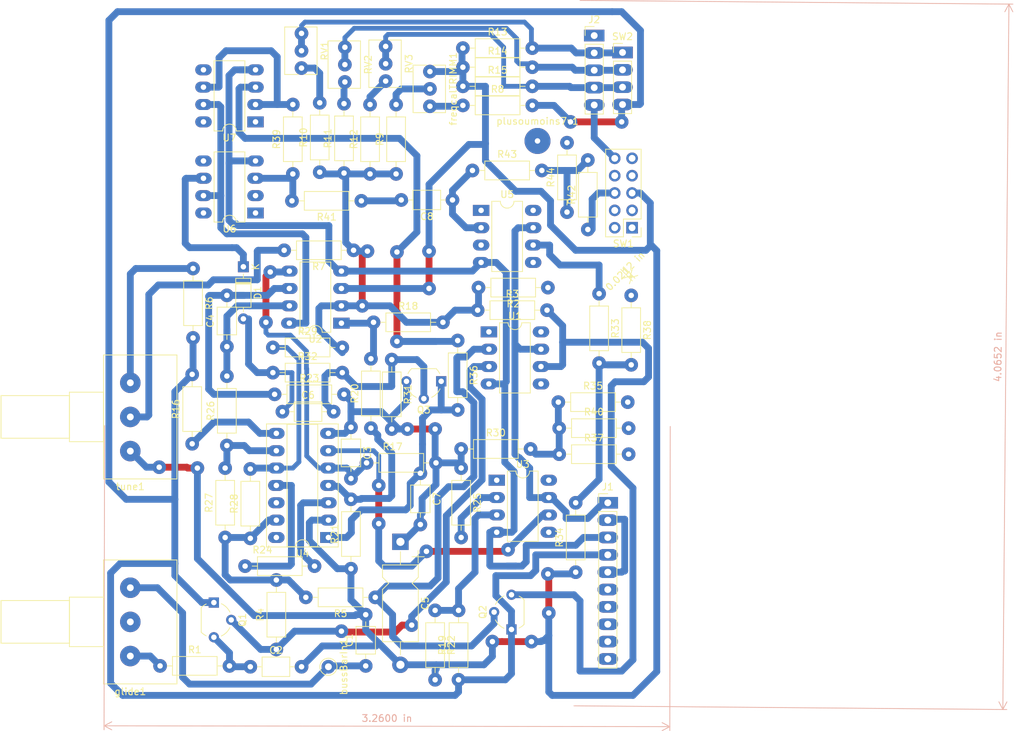
<source format=kicad_pcb>
(kicad_pcb (version 20171130) (host pcbnew "(5.1.2-1)-1")
  (layers (0 F.Cu signal) (31 B.Cu signal) (34 B.Paste user) (35 F.Paste user) (36 B.SilkS user) (37 F.SilkS user) (38 B.Mask user) (39 F.Mask user) (44 Edge.Cuts user))
  (net 0 "")
  (net 1 "Net-(C1-Pad1)")
  (net 2 GND)
  (net 3 "Net-(C2-Pad1)")
  (net 4 +3V8)
  (net 5 "Net-(C3-Pad2)")
  (net 6 "Net-(C4-Pad2)")
  (net 7 "Net-(C4-Pad1)")
  (net 8 "Net-(C6-Pad2)")
  (net 9 "Net-(C6-Pad1)")
  (net 10 "Net-(C7-Pad1)")
  (net 11 "Net-(C8-Pad1)")
  (net 12 "Net-(C8-Pad2)")
  (net 13 "Net-(D1-Pad1)")
  (net 14 "Net-(R9-Pad2)")
  (net 15 "Net-(R8-Pad1)")
  (net 16 +15V)
  (net 17 -15V)
  (net 18 +7.5V)
  (net 19 -8V)
  (net 20 "Net-(J1-Pad7)")
  (net 21 "Net-(J2-Pad1)")
  (net 22 "Net-(J2-Pad2)")
  (net 23 "Net-(J2-Pad3)")
  (net 24 "Net-(J2-Pad4)")
  (net 25 "Net-(J2-Pad5)")
  (net 26 "Net-(R44-Pad2)")
  (net 27 "Net-(Q1-Pad2)")
  (net 28 "Net-(Q2-Pad2)")
  (net 29 "Net-(R10-Pad1)")
  (net 30 "Net-(R6-Pad1)")
  (net 31 "Net-(R7-Pad2)")
  (net 32 "Net-(R10-Pad2)")
  (net 33 "Net-(R11-Pad2)")
  (net 34 "Net-(R12-Pad2)")
  (net 35 "Net-(R16-Pad1)")
  (net 36 "Net-(R18-Pad1)")
  (net 37 "Net-(R19-Pad2)")
  (net 38 "Net-(R20-Pad1)")
  (net 39 "Net-(R24-Pad1)")
  (net 40 "Net-(R24-Pad2)")
  (net 41 "Net-(R25-Pad2)")
  (net 42 "Net-(R26-Pad1)")
  (net 43 "Net-(R28-Pad2)")
  (net 44 "Net-(R30-Pad2)")
  (net 45 "Net-(R33-Pad1)")
  (net 46 "Net-(R33-Pad2)")
  (net 47 "Net-(R35-Pad2)")
  (net 48 "Net-(R36-Pad1)")
  (net 49 "Net-(R37-Pad2)")
  (net 50 "Net-(R39-Pad1)")
  (net 51 "Net-(R39-Pad2)")
  (net 52 "Net-(R40-Pad2)")
  (net 53 "Net-(R42-Pad2)")
  (net 54 "Net-(R42-Pad1)")
  (net 55 "Net-(U3-Pad6)")
  (net 56 "Net-(R1-Pad1)")
  (module Capacitor_THT:CP_Axial_L11.0mm_D5.0mm_P18.00mm_Horizontal (layer F.Cu) (at 127.635 94.996 270)
    (fp_text reference C5 (at 9 -3.62 90) (layer F.SilkS))
    (fp_text value 22u)
    (pad 1 thru_hole rect (at 0 0 270) (size 2.4 2.4) (drill 1.2) (layers *.Cu *.Mask) (net 4 +3V8))
    (pad 2 thru_hole oval (at 18 0 270) (size 2.4 2.4) (drill 1.2) (layers *.Cu *.Mask) (net 2 GND))
  )
  (module Resistor_THT:R_Axial_DIN0207_L6.3mm_D2.5mm_P10.16mm_Horizontal (layer F.Cu) (at 136.525 84.201 270)
    (fp_text reference R25 (at 5.08 -2.37 90) (layer F.SilkS))
    (fp_text value 22k)
    (pad 1 thru_hole circle (at 0 0 270) (size 2 2) (drill 0.8) (layers *.Cu *.Mask) (net 4 +3V8))
    (pad 2 thru_hole oval (at 10.16 0 270) (size 2 2) (drill 0.8) (layers *.Cu *.Mask) (net 41 "Net-(R25-Pad2)"))
  )
  (module Resistor_THT:R_Axial_DIN0207_L6.3mm_D2.5mm_P10.16mm_Horizontal (layer F.Cu) (at 120.396 98.933 90)
    (fp_text reference R21 (at 5.08 -2.37 90) (layer F.SilkS))
    (fp_text value "1k tempco")
    (pad 2 thru_hole oval (at 10.16 0 90) (size 2 2) (drill 0.8) (layers *.Cu *.Mask) (net 38 "Net-(R20-Pad1)"))
    (pad 1 thru_hole circle (at 0 0 90) (size 2 2) (drill 0.8) (layers *.Cu *.Mask) (net 2 GND))
  )
  (module Capacitor_THT:C_Axial_L3.8mm_D2.6mm_P7.50mm_Horizontal (layer F.Cu) (at 130.556 84.963 270)
    (fp_text reference C7 (at 3.75 -2.42 90) (layer F.SilkS))
    (fp_text value C)
    (pad 1 thru_hole circle (at 0 0 270) (size 2 2) (drill 0.8) (layers *.Cu *.Mask) (net 10 "Net-(C7-Pad1)"))
    (pad 2 thru_hole oval (at 7.5 0 270) (size 2 2) (drill 0.8) (layers *.Cu *.Mask) (net 4 +3V8))
  )
  (module Resistor_THT:R_Axial_DIN0207_L6.3mm_D2.5mm_P10.16mm_Horizontal (layer F.Cu) (at 122.682 83.439)
    (fp_text reference R17 (at 3.81 -2.37) (layer F.SilkS))
    (fp_text value R_US)
    (pad 2 thru_hole oval (at 10.16 0) (size 2 2) (drill 0.8) (layers *.Cu *.Mask) (net 4 +3V8))
    (pad 1 thru_hole circle (at 0 0) (size 2 2) (drill 0.8) (layers *.Cu *.Mask) (net 5 "Net-(C3-Pad2)"))
  )
  (module Package_TO_SOT_THT:TO-92_Wide (layer F.Cu) (at 143.891 107.823 90)
    (fp_text reference Q2 (at 2.55 -4.19 90) (layer F.SilkS))
    (fp_text value 2N5163)
    (pad 2 thru_hole circle (at 2.54 -2.54 90) (size 1.5 1.5) (drill 0.8) (layers *.Cu *.Mask) (net 28 "Net-(Q2-Pad2)"))
    (pad 3 thru_hole circle (at 5.08 0 90) (size 1.5 1.5) (drill 0.8) (layers *.Cu *.Mask) (net 21 "Net-(J2-Pad1)"))
    (pad 1 thru_hole rect (at 0 0 90) (size 1.5 1.5) (drill 0.8) (layers *.Cu *.Mask) (net 18 +7.5V))
  )
  (module Resistor_THT:R_Axial_DIN0207_L6.3mm_D2.5mm_P10.16mm_Horizontal (layer F.Cu) (at 104.902 98.552)
    (fp_text reference R24 (at 2.54 -2.37) (layer F.SilkS))
    (fp_text value R_US)
    (pad 2 thru_hole oval (at 10.16 0) (size 2 2) (drill 0.8) (layers *.Cu *.Mask) (net 40 "Net-(R24-Pad2)"))
    (pad 1 thru_hole circle (at 0 0) (size 2 2) (drill 0.8) (layers *.Cu *.Mask) (net 39 "Net-(R24-Pad1)"))
  )
  (module Connector_Pin:Pin_D1.0mm_L10.0mm (layer F.Cu) (at 117.094 113.284 90)
    (fp_text reference bussBarIn1 (at 0 2.25 90) (layer F.SilkS))
    (fp_text value MountingHole_Pad)
    (pad 1 thru_hole circle (at 0 0 90) (size 2 2) (drill 1) (layers *.Cu *.Mask) (net 1 "Net-(C1-Pad1)"))
  )
  (module Capacitor_THT:C_Axial_L3.8mm_D2.6mm_P7.50mm_Horizontal (layer F.Cu) (at 122.555 113.157 90)
    (fp_text reference C1 (at 3.75 -2.42 90) (layer F.SilkS))
    (fp_text value 0.47u)
    (pad 2 thru_hole oval (at 7.5 0 90) (size 2 2) (drill 0.8) (layers *.Cu *.Mask) (net 2 GND))
    (pad 1 thru_hole circle (at 0 0 90) (size 2 2) (drill 0.8) (layers *.Cu *.Mask) (net 1 "Net-(C1-Pad1)"))
  )
  (module Capacitor_THT:C_Axial_L3.8mm_D2.6mm_P7.50mm_Horizontal (layer F.Cu) (at 105.664 113.284)
    (fp_text reference C2 (at 3.75 -2.42) (layer F.SilkS))
    (fp_text value 1u)
    (pad 1 thru_hole circle (at 0 0) (size 2 2) (drill 0.8) (layers *.Cu *.Mask) (net 3 "Net-(C2-Pad1)"))
    (pad 2 thru_hole oval (at 7.5 0) (size 2 2) (drill 0.8) (layers *.Cu *.Mask) (net 2 GND))
  )
  (module Capacitor_THT:C_Axial_L3.8mm_D2.6mm_P7.50mm_Horizontal (layer F.Cu) (at 120.396 78.232 270)
    (fp_text reference C3 (at 3.75 -2.42 90) (layer F.SilkS))
    (fp_text value C)
    (pad 1 thru_hole circle (at 0 0 270) (size 2 2) (drill 0.8) (layers *.Cu *.Mask) (net 4 +3V8))
    (pad 2 thru_hole oval (at 7.5 0 270) (size 2 2) (drill 0.8) (layers *.Cu *.Mask) (net 5 "Net-(C3-Pad2)"))
  )
  (module Capacitor_THT:C_Axial_L3.8mm_D2.6mm_P7.50mm_Horizontal (layer F.Cu) (at 102.235 66.421 90)
    (fp_text reference C4 (at 3.75 -2.42 90) (layer F.SilkS))
    (fp_text value 100pF)
    (pad 2 thru_hole oval (at 7.5 0 90) (size 2 2) (drill 0.8) (layers *.Cu *.Mask) (net 6 "Net-(C4-Pad2)"))
    (pad 1 thru_hole circle (at 0 0 90) (size 2 2) (drill 0.8) (layers *.Cu *.Mask) (net 7 "Net-(C4-Pad1)"))
  )
  (module Capacitor_THT:C_Axial_L3.8mm_D2.6mm_P7.50mm_Horizontal (layer F.Cu) (at 110.363 75.946)
    (fp_text reference C6 (at 3.75 -2.42) (layer F.SilkS))
    (fp_text value C)
    (pad 2 thru_hole oval (at 7.5 0) (size 2 2) (drill 0.8) (layers *.Cu *.Mask) (net 8 "Net-(C6-Pad2)"))
    (pad 1 thru_hole circle (at 0 0) (size 2 2) (drill 0.8) (layers *.Cu *.Mask) (net 9 "Net-(C6-Pad1)"))
  )
  (module Capacitor_THT:C_Axial_L3.8mm_D2.6mm_P7.50mm_Horizontal (layer F.Cu) (at 135.255 44.958 180)
    (fp_text reference C8 (at 3.75 -2.42) (layer F.SilkS))
    (fp_text value C)
    (pad 1 thru_hole circle (at 0 0 180) (size 2 2) (drill 0.8) (layers *.Cu *.Mask) (net 11 "Net-(C8-Pad1)"))
    (pad 2 thru_hole oval (at 7.5 0 180) (size 2 2) (drill 0.8) (layers *.Cu *.Mask) (net 12 "Net-(C8-Pad2)"))
  )
  (module Diode_THT:D_DO-35_SOD27_P7.62mm_Horizontal (layer F.Cu) (at 104.648 54.737 270)
    (fp_text reference D1 (at 3.81 -2.12 90) (layer F.SilkS))
    (fp_text value 1N4148)
    (fp_text user K (at 0 -1.8 90) (layer F.SilkS))
    (pad 1 thru_hole rect (at 0 0 270) (size 1.6 1.6) (drill 0.8) (layers *.Cu *.Mask) (net 13 "Net-(D1-Pad1)"))
    (pad 2 thru_hole oval (at 7.62 0 270) (size 1.6 1.6) (drill 0.8) (layers *.Cu *.Mask) (net 9 "Net-(C6-Pad1)"))
  )
  (module Potentiometer_THT:Potentiometer_Bourns_3266Y_Vertical (layer F.Cu) (at 131.953 31.242 270)
    (fp_text reference freqcalTRIMM1 (at -2.54 -3.41 90) (layer F.SilkS))
    (fp_text value 10k)
    (pad 3 thru_hole circle (at -5.08 0 270) (size 2 2) (drill 0.8) (layers *.Cu *.Mask) (net 2 GND))
    (pad 2 thru_hole circle (at -2.54 0 270) (size 2 2) (drill 0.8) (layers *.Cu *.Mask) (net 14 "Net-(R9-Pad2)"))
    (pad 1 thru_hole circle (at 0 0 270) (size 2 2) (drill 0.8) (layers *.Cu *.Mask) (net 15 "Net-(R8-Pad1)"))
  )
  (module Potentiometer_THT:Potentiometer_Alps_RK163_Single_Horizontal (layer F.Cu) (at 88.1 101.717 180)
    (fp_text reference glide1 (at 0 -15.2) (layer F.SilkS))
    (fp_text value "1M log")
    (pad 3 thru_hole circle (at 0 -10 180) (size 3 3) (drill 1) (layers *.Cu *.Mask F.Adhes) (net 56 "Net-(R1-Pad1)"))
    (pad 2 thru_hole circle (at 0 -5 180) (size 3 3) (drill 1) (layers *.Cu *.Mask))
    (pad 1 thru_hole circle (at 0 0 180) (size 3 3) (drill 1) (layers *.Cu *.Mask) (net 1 "Net-(C1-Pad1)"))
  )
  (module Connector_PinHeader_2.54mm:PinHeader_1x10_P2.54mm_Vertical (layer F.Cu) (at 157.988 89.281)
    (fp_text reference J1 (at 0 -2.33) (layer F.SilkS))
    (fp_text value Conn_01x10_MountingPin)
    (pad 1 thru_hole rect (at 0 0) (size 3 1.7) (drill 1) (layers *.Cu *.Mask) (net 16 +15V))
    (pad 2 thru_hole oval (at 0 2.54) (size 3 1.7) (drill 1) (layers *.Cu *.Mask) (net 2 GND))
    (pad 3 thru_hole oval (at 0 5.08) (size 3 1.7) (drill 1) (layers *.Cu *.Mask) (net 17 -15V))
    (pad 4 thru_hole oval (at 0 7.62) (size 3 1.7) (drill 1) (layers *.Cu *.Mask) (net 18 +7.5V))
    (pad 5 thru_hole oval (at 0 10.16) (size 3 1.7) (drill 1) (layers *.Cu *.Mask) (net 2 GND))
    (pad 6 thru_hole oval (at 0 12.7) (size 3 1.7) (drill 1) (layers *.Cu *.Mask) (net 19 -8V))
    (pad 7 thru_hole oval (at 0 15.24) (size 3 1.7) (drill 1) (layers *.Cu *.Mask) (net 20 "Net-(J1-Pad7)"))
    (pad 8 thru_hole oval (at 0 17.78) (size 3 1.7) (drill 1) (layers *.Cu *.Mask))
    (pad 9 thru_hole oval (at 0 20.32) (size 3 1.7) (drill 1) (layers *.Cu *.Mask))
    (pad 10 thru_hole oval (at 0 22.86) (size 3 1.7) (drill 1) (layers *.Cu *.Mask))
  )
  (module Connector_PinHeader_2.54mm:PinHeader_1x05_P2.54mm_Vertical (layer F.Cu) (at 156.002001 20.894001)
    (fp_text reference J2 (at 0 -2.33) (layer F.SilkS))
    (fp_text value Conn_01x05_MountingPin)
    (pad 1 thru_hole rect (at 0 0) (size 3 1.7) (drill 1) (layers *.Cu *.Mask) (net 21 "Net-(J2-Pad1)"))
    (pad 2 thru_hole oval (at 0 2.54) (size 3 1.7) (drill 1) (layers *.Cu *.Mask) (net 22 "Net-(J2-Pad2)"))
    (pad 3 thru_hole oval (at 0 5.08) (size 3 1.7) (drill 1) (layers *.Cu *.Mask) (net 23 "Net-(J2-Pad3)"))
    (pad 4 thru_hole oval (at 0 7.62) (size 3 1.7) (drill 1) (layers *.Cu *.Mask) (net 24 "Net-(J2-Pad4)"))
    (pad 5 thru_hole oval (at 0 10.16) (size 3 1.7) (drill 1) (layers *.Cu *.Mask) (net 25 "Net-(J2-Pad5)"))
  )
  (module MountingHole:MountingHole_2.2mm_M2_DIN965_Pad (layer F.Cu) (at 147.701 36.322)
    (fp_text reference plusoumoins7v1 (at 0 -2.9) (layer F.SilkS))
    (fp_text value MountingHole_Pad)
    (pad 1 thru_hole circle (at 0 0) (size 3.8 3.8) (drill 0.8) (layers *.Cu *.Mask) (net 26 "Net-(R44-Pad2)"))
  )
  (module Package_TO_SOT_THT:TO-92_Wide (layer F.Cu) (at 100.33 103.886 270)
    (fp_text reference Q1 (at 2.55 -4.19 90) (layer F.SilkS))
    (fp_text value 2N5163)
    (pad 1 thru_hole rect (at 0 0 270) (size 1.5 1.5) (drill 0.8) (layers *.Cu *.Mask) (net 18 +7.5V))
    (pad 3 thru_hole circle (at 5.08 0 270) (size 1.5 1.5) (drill 0.8) (layers *.Cu *.Mask) (net 3 "Net-(C2-Pad1)"))
    (pad 2 thru_hole circle (at 2.54 -2.54 270) (size 1.5 1.5) (drill 0.8) (layers *.Cu *.Mask) (net 27 "Net-(Q1-Pad2)"))
  )
  (module Package_TO_SOT_THT:TO-92_Wide (layer F.Cu) (at 133.604 71.501 180)
    (fp_text reference Q3 (at 2.55 -4.19) (layer F.SilkS))
    (fp_text value BC307)
    (pad 2 thru_hole circle (at 2.54 -2.54 180) (size 1.5 1.5) (drill 0.8) (layers *.Cu *.Mask) (net 8 "Net-(C6-Pad2)"))
    (pad 3 thru_hole circle (at 5.08 0 180) (size 1.5 1.5) (drill 0.8) (layers *.Cu *.Mask) (net 4 +3V8))
    (pad 1 thru_hole rect (at 0 0 180) (size 1.5 1.5) (drill 0.8) (layers *.Cu *.Mask) (net 10 "Net-(C7-Pad1)"))
  )
  (module Resistor_THT:R_Axial_DIN0207_L6.3mm_D2.5mm_P10.16mm_Horizontal (layer F.Cu) (at 92.456 113.157)
    (fp_text reference R1 (at 5.08 -2.37) (layer F.SilkS))
    (fp_text value 330R)
    (pad 1 thru_hole circle (at 0 0) (size 2 2) (drill 0.8) (layers *.Cu *.Mask) (net 56 "Net-(R1-Pad1)"))
    (pad 2 thru_hole oval (at 10.16 0) (size 2 2) (drill 0.8) (layers *.Cu *.Mask) (net 3 "Net-(C2-Pad1)"))
  )
  (module Resistor_THT:R_Axial_DIN0207_L6.3mm_D2.5mm_P10.16mm_Horizontal (layer F.Cu) (at 149.225 57.785 180)
    (fp_text reference R2 (at 5.08 -2.37) (layer F.SilkS))
    (fp_text value 330k)
    (pad 1 thru_hole circle (at 0 0 180) (size 2 2) (drill 0.8) (layers *.Cu *.Mask) (net 20 "Net-(J1-Pad7)"))
    (pad 2 thru_hole oval (at 10.16 0 180) (size 2 2) (drill 0.8) (layers *.Cu *.Mask) (net 29 "Net-(R10-Pad1)"))
  )
  (module Resistor_THT:R_Axial_DIN0207_L6.3mm_D2.5mm_P10.16mm_Horizontal (layer F.Cu) (at 138.938 61.087)
    (fp_text reference R3 (at 5.08 -2.37) (layer F.SilkS))
    (fp_text value 27k)
    (pad 1 thru_hole circle (at 0 0) (size 2 2) (drill 0.8) (layers *.Cu *.Mask) (net 29 "Net-(R10-Pad1)"))
    (pad 2 thru_hole oval (at 10.16 0) (size 2 2) (drill 0.8) (layers *.Cu *.Mask) (net 21 "Net-(J2-Pad1)"))
  )
  (module Resistor_THT:R_Axial_DIN0207_L6.3mm_D2.5mm_P10.16mm_Horizontal (layer F.Cu) (at 109.474 110.744 90)
    (fp_text reference R4 (at 5.08 -2.37 90) (layer F.SilkS))
    (fp_text value 47k)
    (pad 1 thru_hole circle (at 0 0 90) (size 2 2) (drill 0.8) (layers *.Cu *.Mask) (net 27 "Net-(Q1-Pad2)"))
    (pad 2 thru_hole oval (at 10.16 0 90) (size 2 2) (drill 0.8) (layers *.Cu *.Mask) (net 19 -8V))
  )
  (module Resistor_THT:R_Axial_DIN0207_L6.3mm_D2.5mm_P10.16mm_Horizontal (layer F.Cu) (at 123.952 103.124 180)
    (fp_text reference R5 (at 5.08 -2.37) (layer F.SilkS))
    (fp_text value 47k)
    (pad 1 thru_hole circle (at 0 0 180) (size 2 2) (drill 0.8) (layers *.Cu *.Mask) (net 28 "Net-(Q2-Pad2)"))
    (pad 2 thru_hole oval (at 10.16 0 180) (size 2 2) (drill 0.8) (layers *.Cu *.Mask) (net 19 -8V))
  )
  (module Resistor_THT:R_Axial_DIN0207_L6.3mm_D2.5mm_P10.16mm_Horizontal (layer F.Cu) (at 97.282 54.991 270)
    (fp_text reference R6 (at 5.08 -2.37 90) (layer F.SilkS))
    (fp_text value 100k)
    (pad 2 thru_hole oval (at 10.16 0 270) (size 2 2) (drill 0.8) (layers *.Cu *.Mask) (net 18 +7.5V))
    (pad 1 thru_hole circle (at 0 0 270) (size 2 2) (drill 0.8) (layers *.Cu *.Mask) (net 30 "Net-(R6-Pad1)"))
  )
  (module Resistor_THT:R_Axial_DIN0207_L6.3mm_D2.5mm_P10.16mm_Horizontal (layer F.Cu) (at 120.777 52.324 180)
    (fp_text reference R7 (at 5.08 -2.37) (layer F.SilkS))
    (fp_text value 270k)
    (pad 2 thru_hole oval (at 10.16 0 180) (size 2 2) (drill 0.8) (layers *.Cu *.Mask) (net 31 "Net-(R7-Pad2)"))
    (pad 1 thru_hole circle (at 0 0 180) (size 2 2) (drill 0.8) (layers *.Cu *.Mask) (net 29 "Net-(R10-Pad1)"))
  )
  (module Resistor_THT:R_Axial_DIN0207_L6.3mm_D2.5mm_P10.16mm_Horizontal (layer F.Cu) (at 136.779 31.115)
    (fp_text reference R8 (at 5.08 -2.37) (layer F.SilkS))
    (fp_text value 30k)
    (pad 1 thru_hole circle (at 0 0) (size 2 2) (drill 0.8) (layers *.Cu *.Mask) (net 15 "Net-(R8-Pad1)"))
    (pad 2 thru_hole oval (at 10.16 0) (size 2 2) (drill 0.8) (layers *.Cu *.Mask) (net 18 +7.5V))
  )
  (module Resistor_THT:R_Axial_DIN0207_L6.3mm_D2.5mm_P10.16mm_Horizontal (layer F.Cu) (at 127 41.148 90)
    (fp_text reference R9 (at 5.08 -2.37 90) (layer F.SilkS))
    (fp_text value 100k)
    (pad 2 thru_hole oval (at 10.16 0 90) (size 2 2) (drill 0.8) (layers *.Cu *.Mask) (net 14 "Net-(R9-Pad2)"))
    (pad 1 thru_hole circle (at 0 0 90) (size 2 2) (drill 0.8) (layers *.Cu *.Mask) (net 29 "Net-(R10-Pad1)"))
  )
  (module Resistor_THT:R_Axial_DIN0207_L6.3mm_D2.5mm_P10.16mm_Horizontal (layer F.Cu) (at 115.824 40.894 90)
    (fp_text reference R10 (at 5.08 -2.37 90) (layer F.SilkS))
    (fp_text value 360k)
    (pad 2 thru_hole oval (at 10.16 0 90) (size 2 2) (drill 0.8) (layers *.Cu *.Mask) (net 32 "Net-(R10-Pad2)"))
    (pad 1 thru_hole circle (at 0 0 90) (size 2 2) (drill 0.8) (layers *.Cu *.Mask) (net 29 "Net-(R10-Pad1)"))
  )
  (module Resistor_THT:R_Axial_DIN0207_L6.3mm_D2.5mm_P10.16mm_Horizontal (layer F.Cu) (at 119.38 41.021 90)
    (fp_text reference R11 (at 5.08 -2.37 90) (layer F.SilkS))
    (fp_text value 180k)
    (pad 2 thru_hole oval (at 10.16 0 90) (size 2 2) (drill 0.8) (layers *.Cu *.Mask) (net 33 "Net-(R11-Pad2)"))
    (pad 1 thru_hole circle (at 0 0 90) (size 2 2) (drill 0.8) (layers *.Cu *.Mask) (net 29 "Net-(R10-Pad1)"))
  )
  (module Resistor_THT:R_Axial_DIN0207_L6.3mm_D2.5mm_P10.16mm_Horizontal (layer F.Cu) (at 123.19 41.148 90)
    (fp_text reference R12 (at 5.08 -2.37 90) (layer F.SilkS))
    (fp_text value 130k)
    (pad 2 thru_hole oval (at 10.16 0 90) (size 2 2) (drill 0.8) (layers *.Cu *.Mask) (net 34 "Net-(R12-Pad2)"))
    (pad 1 thru_hole circle (at 0 0 90) (size 2 2) (drill 0.8) (layers *.Cu *.Mask) (net 29 "Net-(R10-Pad1)"))
  )
  (module Resistor_THT:R_Axial_DIN0207_L6.3mm_D2.5mm_P10.16mm_Horizontal (layer F.Cu) (at 136.779 22.733)
    (fp_text reference R13 (at 5.08 -2.37) (layer F.SilkS))
    (fp_text value 1k)
    (pad 1 thru_hole circle (at 0 0) (size 2 2) (drill 0.8) (layers *.Cu *.Mask) (net 2 GND))
    (pad 2 thru_hole oval (at 10.16 0) (size 2 2) (drill 0.8) (layers *.Cu *.Mask) (net 22 "Net-(J2-Pad2)"))
  )
  (module Resistor_THT:R_Axial_DIN0207_L6.3mm_D2.5mm_P10.16mm_Horizontal (layer F.Cu) (at 136.779 25.527)
    (fp_text reference R14 (at 5.08 -2.37) (layer F.SilkS))
    (fp_text value 1k)
    (pad 2 thru_hole oval (at 10.16 0) (size 2 2) (drill 0.8) (layers *.Cu *.Mask) (net 23 "Net-(J2-Pad3)"))
    (pad 1 thru_hole circle (at 0 0) (size 2 2) (drill 0.8) (layers *.Cu *.Mask) (net 2 GND))
  )
  (module Resistor_THT:R_Axial_DIN0207_L6.3mm_D2.5mm_P10.16mm_Horizontal (layer F.Cu) (at 136.779 28.321)
    (fp_text reference R15 (at 5.08 -2.37) (layer F.SilkS))
    (fp_text value 1k)
    (pad 2 thru_hole oval (at 10.16 0) (size 2 2) (drill 0.8) (layers *.Cu *.Mask) (net 24 "Net-(J2-Pad4)"))
    (pad 1 thru_hole circle (at 0 0) (size 2 2) (drill 0.8) (layers *.Cu *.Mask) (net 2 GND))
  )
  (module Resistor_THT:R_Axial_DIN0207_L6.3mm_D2.5mm_P10.16mm_Horizontal (layer F.Cu) (at 97.155 80.645 90)
    (fp_text reference R16 (at 5.08 -2.37 90) (layer F.SilkS))
    (fp_text value 100R)
    (pad 2 thru_hole oval (at 10.16 0 90) (size 2 2) (drill 0.8) (layers *.Cu *.Mask) (net 18 +7.5V))
    (pad 1 thru_hole circle (at 0 0 90) (size 2 2) (drill 0.8) (layers *.Cu *.Mask) (net 35 "Net-(R16-Pad1)"))
  )
  (module Resistor_THT:R_Axial_DIN0207_L6.3mm_D2.5mm_P10.16mm_Horizontal (layer F.Cu) (at 123.698 62.865)
    (fp_text reference R18 (at 5.08 -2.37) (layer F.SilkS))
    (fp_text value 20k)
    (pad 2 thru_hole oval (at 10.16 0) (size 2 2) (drill 0.8) (layers *.Cu *.Mask) (net 29 "Net-(R10-Pad1)"))
    (pad 1 thru_hole circle (at 0 0) (size 2 2) (drill 0.8) (layers *.Cu *.Mask) (net 36 "Net-(R18-Pad1)"))
  )
  (module Resistor_THT:R_Axial_DIN0207_L6.3mm_D2.5mm_P10.16mm_Horizontal (layer F.Cu) (at 136.144 115.189 90)
    (fp_text reference R19 (at 5.08 -2.37 90) (layer F.SilkS))
    (fp_text value 20k)
    (pad 1 thru_hole circle (at 0 0 90) (size 2 2) (drill 0.8) (layers *.Cu *.Mask) (net 18 +7.5V))
    (pad 2 thru_hole oval (at 10.16 0 90) (size 2 2) (drill 0.8) (layers *.Cu *.Mask) (net 37 "Net-(R19-Pad2)"))
  )
  (module Resistor_THT:R_Axial_DIN0207_L6.3mm_D2.5mm_P10.16mm_Horizontal (layer F.Cu) (at 123.317 78.359 90)
    (fp_text reference R20 (at 5.08 -2.37 90) (layer F.SilkS))
    (fp_text value 20k)
    (pad 1 thru_hole circle (at 0 0 90) (size 2 2) (drill 0.8) (layers *.Cu *.Mask) (net 38 "Net-(R20-Pad1)"))
    (pad 2 thru_hole oval (at 10.16 0 90) (size 2 2) (drill 0.8) (layers *.Cu *.Mask) (net 36 "Net-(R18-Pad1)"))
  )
  (module Resistor_THT:R_Axial_DIN0207_L6.3mm_D2.5mm_P10.16mm_Horizontal (layer F.Cu) (at 132.715 105.029 270)
    (fp_text reference R22 (at 5.08 -2.37 90) (layer F.SilkS))
    (fp_text value 20k)
    (pad 1 thru_hole circle (at 0 0 270) (size 2 2) (drill 0.8) (layers *.Cu *.Mask) (net 37 "Net-(R19-Pad2)"))
    (pad 2 thru_hole oval (at 10.16 0 270) (size 2 2) (drill 0.8) (layers *.Cu *.Mask) (net 2 GND))
  )
  (module Resistor_THT:R_Axial_DIN0207_L6.3mm_D2.5mm_P10.16mm_Horizontal (layer F.Cu) (at 109.22 73.406)
    (fp_text reference R23 (at 5.08 -2.37) (layer F.SilkS))
    (fp_text value 20k)
    (pad 2 thru_hole oval (at 10.16 0) (size 2 2) (drill 0.8) (layers *.Cu *.Mask) (net 4 +3V8))
    (pad 1 thru_hole circle (at 0 0) (size 2 2) (drill 0.8) (layers *.Cu *.Mask) (net 6 "Net-(C4-Pad2)"))
  )
  (module Resistor_THT:R_Axial_DIN0207_L6.3mm_D2.5mm_P10.16mm_Horizontal (layer F.Cu) (at 102.235 80.899 90)
    (fp_text reference R26 (at 5.08 -2.37 90) (layer F.SilkS))
    (fp_text value R_US)
    (pad 1 thru_hole circle (at 0 0 90) (size 2 2) (drill 0.8) (layers *.Cu *.Mask) (net 42 "Net-(R26-Pad1)"))
    (pad 2 thru_hole oval (at 10.16 0 90) (size 2 2) (drill 0.8) (layers *.Cu *.Mask) (net 7 "Net-(C4-Pad1)"))
  )
  (module Resistor_THT:R_Axial_DIN0207_L6.3mm_D2.5mm_P10.16mm_Horizontal (layer F.Cu) (at 101.981 94.361 90)
    (fp_text reference R27 (at 5.08 -2.37 90) (layer F.SilkS))
    (fp_text value R_US)
    (pad 1 thru_hole circle (at 0 0 90) (size 2 2) (drill 0.8) (layers *.Cu *.Mask) (net 19 -8V))
    (pad 2 thru_hole oval (at 10.16 0 90) (size 2 2) (drill 0.8) (layers *.Cu *.Mask) (net 42 "Net-(R26-Pad1)"))
  )
  (module Resistor_THT:R_Axial_DIN0207_L6.3mm_D2.5mm_P10.16mm_Horizontal (layer F.Cu) (at 105.664 94.488 90)
    (fp_text reference R28 (at 5.08 -2.37 90) (layer F.SilkS))
    (fp_text value R_US)
    (pad 2 thru_hole oval (at 10.16 0 90) (size 2 2) (drill 0.8) (layers *.Cu *.Mask) (net 43 "Net-(R28-Pad2)"))
    (pad 1 thru_hole circle (at 0 0 90) (size 2 2) (drill 0.8) (layers *.Cu *.Mask) (net 19 -8V))
  )
  (module Resistor_THT:R_Axial_DIN0207_L6.3mm_D2.5mm_P10.16mm_Horizontal (layer F.Cu) (at 108.966 66.548)
    (fp_text reference R29 (at 5.08 -2.37) (layer F.SilkS))
    (fp_text value R_US)
    (pad 2 thru_hole oval (at 10.16 0) (size 2 2) (drill 0.8) (layers *.Cu *.Mask) (net 29 "Net-(R10-Pad1)"))
    (pad 1 thru_hole circle (at 0 0) (size 2 2) (drill 0.8) (layers *.Cu *.Mask) (net 43 "Net-(R28-Pad2)"))
  )
  (module Resistor_THT:R_Axial_DIN0207_L6.3mm_D2.5mm_P10.16mm_Horizontal (layer F.Cu) (at 136.525 81.407)
    (fp_text reference R30 (at 5.08 -2.37) (layer F.SilkS))
    (fp_text value R_US)
    (pad 2 thru_hole oval (at 10.16 0) (size 2 2) (drill 0.8) (layers *.Cu *.Mask) (net 44 "Net-(R30-Pad2)"))
    (pad 1 thru_hole circle (at 0 0) (size 2 2) (drill 0.8) (layers *.Cu *.Mask) (net 4 +3V8))
  )
  (module Resistor_THT:R_Axial_DIN0207_L6.3mm_D2.5mm_P10.16mm_Horizontal (layer F.Cu) (at 126.365 68.326 270)
    (fp_text reference R31 (at 5.08 -2.37 90) (layer F.SilkS))
    (fp_text value R_US)
    (pad 1 thru_hole circle (at 0 0 270) (size 2 2) (drill 0.8) (layers *.Cu *.Mask) (net 8 "Net-(C6-Pad2)"))
    (pad 2 thru_hole oval (at 10.16 0 270) (size 2 2) (drill 0.8) (layers *.Cu *.Mask) (net 4 +3V8))
  )
  (module Resistor_THT:R_Axial_DIN0207_L6.3mm_D2.5mm_P10.16mm_Horizontal (layer F.Cu) (at 108.966 70.231)
    (fp_text reference R32 (at 5.08 -2.37) (layer F.SilkS))
    (fp_text value R_US)
    (pad 2 thru_hole oval (at 10.16 0) (size 2 2) (drill 0.8) (layers *.Cu *.Mask) (net 8 "Net-(C6-Pad2)"))
    (pad 1 thru_hole circle (at 0 0) (size 2 2) (drill 0.8) (layers *.Cu *.Mask) (net 9 "Net-(C6-Pad1)"))
  )
  (module Resistor_THT:R_Axial_DIN0207_L6.3mm_D2.5mm_P10.16mm_Horizontal (layer F.Cu) (at 156.718 58.674 270)
    (fp_text reference R33 (at 5.08 -2.37 90) (layer F.SilkS))
    (fp_text value R_US)
    (pad 1 thru_hole circle (at 0 0 270) (size 2 2) (drill 0.8) (layers *.Cu *.Mask) (net 45 "Net-(R33-Pad1)"))
    (pad 2 thru_hole oval (at 10.16 0 270) (size 2 2) (drill 0.8) (layers *.Cu *.Mask) (net 46 "Net-(R33-Pad2)"))
  )
  (module Resistor_THT:R_Axial_DIN0207_L6.3mm_D2.5mm_P10.16mm_Horizontal (layer F.Cu) (at 153.289 99.441 90)
    (fp_text reference R34 (at 5.08 -2.37 90) (layer F.SilkS))
    (fp_text value R_US)
    (pad 2 thru_hole oval (at 10.16 0 90) (size 2 2) (drill 0.8) (layers *.Cu *.Mask) (net 46 "Net-(R33-Pad2)"))
    (pad 1 thru_hole circle (at 0 0 90) (size 2 2) (drill 0.8) (layers *.Cu *.Mask) (net 2 GND))
  )
  (module Resistor_THT:R_Axial_DIN0207_L6.3mm_D2.5mm_P10.16mm_Horizontal (layer F.Cu) (at 150.749 74.549)
    (fp_text reference R35 (at 5.08 -2.37) (layer F.SilkS))
    (fp_text value R_US)
    (pad 1 thru_hole circle (at 0 0) (size 2 2) (drill 0.8) (layers *.Cu *.Mask) (net 44 "Net-(R30-Pad2)"))
    (pad 2 thru_hole oval (at 10.16 0) (size 2 2) (drill 0.8) (layers *.Cu *.Mask) (net 47 "Net-(R35-Pad2)"))
  )
  (module Resistor_THT:R_Axial_DIN0207_L6.3mm_D2.5mm_P10.16mm_Horizontal (layer F.Cu) (at 136.017 65.532 270)
    (fp_text reference R36 (at 5.08 -2.37 90) (layer F.SilkS))
    (fp_text value R_US)
    (pad 2 thru_hole oval (at 10.16 0 270) (size 2 2) (drill 0.8) (layers *.Cu *.Mask) (net 10 "Net-(C7-Pad1)"))
    (pad 1 thru_hole circle (at 0 0 270) (size 2 2) (drill 0.8) (layers *.Cu *.Mask) (net 48 "Net-(R36-Pad1)"))
  )
  (module Resistor_THT:R_Axial_DIN0207_L6.3mm_D2.5mm_P10.16mm_Horizontal (layer F.Cu) (at 150.876 82.169)
    (fp_text reference R37 (at 5.08 -2.37) (layer F.SilkS))
    (fp_text value R_US)
    (pad 2 thru_hole oval (at 10.16 0) (size 2 2) (drill 0.8) (layers *.Cu *.Mask) (net 49 "Net-(R37-Pad2)"))
    (pad 1 thru_hole circle (at 0 0) (size 2 2) (drill 0.8) (layers *.Cu *.Mask) (net 44 "Net-(R30-Pad2)"))
  )
  (module Resistor_THT:R_Axial_DIN0207_L6.3mm_D2.5mm_P10.16mm_Horizontal (layer F.Cu) (at 161.417 58.928 270)
    (fp_text reference R38 (at 5.08 -2.37 90) (layer F.SilkS))
    (fp_text value R_US)
    (pad 1 thru_hole circle (at 0 0 270) (size 2 2) (drill 0.8) (layers *.Cu *.Mask) (net 25 "Net-(J2-Pad5)"))
    (pad 2 thru_hole oval (at 10.16 0 270) (size 2 2) (drill 0.8) (layers *.Cu *.Mask) (net 46 "Net-(R33-Pad2)"))
  )
  (module Resistor_THT:R_Axial_DIN0207_L6.3mm_D2.5mm_P10.16mm_Horizontal (layer F.Cu) (at 111.887 41.148 90)
    (fp_text reference R39 (at 5.08 -2.37 90) (layer F.SilkS))
    (fp_text value R_US)
    (pad 1 thru_hole circle (at 0 0 90) (size 2 2) (drill 0.8) (layers *.Cu *.Mask) (net 50 "Net-(R39-Pad1)"))
    (pad 2 thru_hole oval (at 10.16 0 90) (size 2 2) (drill 0.8) (layers *.Cu *.Mask) (net 51 "Net-(R39-Pad2)"))
  )
  (module Resistor_THT:R_Axial_DIN0207_L6.3mm_D2.5mm_P10.16mm_Horizontal (layer F.Cu) (at 150.876 78.359)
    (fp_text reference R40 (at 5.08 -2.37) (layer F.SilkS))
    (fp_text value R_US)
    (pad 1 thru_hole circle (at 0 0) (size 2 2) (drill 0.8) (layers *.Cu *.Mask) (net 44 "Net-(R30-Pad2)"))
    (pad 2 thru_hole oval (at 10.16 0) (size 2 2) (drill 0.8) (layers *.Cu *.Mask) (net 52 "Net-(R40-Pad2)"))
  )
  (module Resistor_THT:R_Axial_DIN0207_L6.3mm_D2.5mm_P10.16mm_Horizontal (layer F.Cu) (at 121.92 45.085 180)
    (fp_text reference R41 (at 5.08 -2.37) (layer F.SilkS))
    (fp_text value R_US)
    (pad 2 thru_hole oval (at 10.16 0 180) (size 2 2) (drill 0.8) (layers *.Cu *.Mask) (net 50 "Net-(R39-Pad1)"))
    (pad 1 thru_hole circle (at 0 0 180) (size 2 2) (drill 0.8) (layers *.Cu *.Mask) (net 12 "Net-(C8-Pad2)"))
  )
  (module Resistor_THT:R_Axial_DIN0207_L6.3mm_D2.5mm_P10.16mm_Horizontal (layer F.Cu) (at 155.067 49.276 90)
    (fp_text reference R42 (at 5.08 -2.37 90) (layer F.SilkS))
    (fp_text value R_US)
    (pad 2 thru_hole oval (at 10.16 0 90) (size 2 2) (drill 0.8) (layers *.Cu *.Mask) (net 53 "Net-(R42-Pad2)"))
    (pad 1 thru_hole circle (at 0 0 90) (size 2 2) (drill 0.8) (layers *.Cu *.Mask) (net 54 "Net-(R42-Pad1)"))
  )
  (module Resistor_THT:R_Axial_DIN0207_L6.3mm_D2.5mm_P10.16mm_Horizontal (layer F.Cu) (at 138.176 40.64)
    (fp_text reference R43 (at 5.08 -2.37) (layer F.SilkS))
    (fp_text value R_US)
    (pad 1 thru_hole circle (at 0 0) (size 2 2) (drill 0.8) (layers *.Cu *.Mask) (net 11 "Net-(C8-Pad1)"))
    (pad 2 thru_hole oval (at 10.16 0) (size 2 2) (drill 0.8) (layers *.Cu *.Mask) (net 53 "Net-(R42-Pad2)"))
  )
  (module Resistor_THT:R_Axial_DIN0207_L6.3mm_D2.5mm_P10.16mm_Horizontal (layer F.Cu) (at 152.019 46.736 90)
    (fp_text reference R44 (at 5.08 -2.37 90) (layer F.SilkS))
    (fp_text value R_US)
    (pad 1 thru_hole circle (at 0 0 90) (size 2 2) (drill 0.8) (layers *.Cu *.Mask) (net 53 "Net-(R42-Pad2)"))
    (pad 2 thru_hole oval (at 10.16 0 90) (size 2 2) (drill 0.8) (layers *.Cu *.Mask) (net 26 "Net-(R44-Pad2)"))
  )
  (module Potentiometer_THT:Potentiometer_Bourns_3266Y_Vertical (layer F.Cu) (at 113.157 25.654 270)
    (fp_text reference RV1 (at -2.54 -3.41 90) (layer F.SilkS))
    (fp_text value 50k)
    (pad 1 thru_hole circle (at 0 0 270) (size 2 2) (drill 0.8) (layers *.Cu *.Mask) (net 32 "Net-(R10-Pad2)"))
    (pad 2 thru_hole circle (at -2.54 0 270) (size 2 2) (drill 0.8) (layers *.Cu *.Mask) (net 22 "Net-(J2-Pad2)"))
    (pad 3 thru_hole circle (at -5.08 0 270) (size 2 2) (drill 0.8) (layers *.Cu *.Mask) (net 22 "Net-(J2-Pad2)"))
  )
  (module Potentiometer_THT:Potentiometer_Bourns_3266Y_Vertical (layer F.Cu) (at 119.507 27.686 270)
    (fp_text reference RV2 (at -2.54 -3.41 90) (layer F.SilkS))
    (fp_text value 50k)
    (pad 1 thru_hole circle (at 0 0 270) (size 2 2) (drill 0.8) (layers *.Cu *.Mask) (net 33 "Net-(R11-Pad2)"))
    (pad 2 thru_hole circle (at -2.54 0 270) (size 2 2) (drill 0.8) (layers *.Cu *.Mask) (net 23 "Net-(J2-Pad3)"))
    (pad 3 thru_hole circle (at -5.08 0 270) (size 2 2) (drill 0.8) (layers *.Cu *.Mask) (net 23 "Net-(J2-Pad3)"))
  )
  (module Potentiometer_THT:Potentiometer_Bourns_3266Y_Vertical (layer F.Cu) (at 125.476 27.559 270)
    (fp_text reference RV3 (at -2.54 -3.41 90) (layer F.SilkS))
    (fp_text value 50k)
    (pad 3 thru_hole circle (at -5.08 0 270) (size 2 2) (drill 0.8) (layers *.Cu *.Mask) (net 24 "Net-(J2-Pad4)"))
    (pad 2 thru_hole circle (at -2.54 0 270) (size 2 2) (drill 0.8) (layers *.Cu *.Mask) (net 24 "Net-(J2-Pad4)"))
    (pad 1 thru_hole circle (at 0 0 270) (size 2 2) (drill 0.8) (layers *.Cu *.Mask) (net 34 "Net-(R12-Pad2)"))
  )
  (module Connector_PinHeader_2.54mm:PinHeader_2x05_P2.54mm_Vertical (layer F.Cu) (at 161.544 49.022 180)
    (fp_text reference SW1 (at 1.27 -2.33) (layer F.SilkS))
    (fp_text value SW_Rotary2x4)
    (pad 1 thru_hole rect (at 0 0 180) (size 1.7 1.7) (drill 1) (layers *.Cu *.Mask))
    (pad 2 thru_hole oval (at 2.54 0 180) (size 1.7 1.7) (drill 1) (layers *.Cu *.Mask) (net 47 "Net-(R35-Pad2)"))
    (pad 3 thru_hole oval (at 0 2.54 180) (size 1.7 1.7) (drill 1) (layers *.Cu *.Mask) (net 49 "Net-(R37-Pad2)"))
    (pad 4 thru_hole oval (at 2.54 2.54 180) (size 1.7 1.7) (drill 1) (layers *.Cu *.Mask) (net 52 "Net-(R40-Pad2)"))
    (pad 5 thru_hole oval (at 0 5.08 180) (size 1.7 1.7) (drill 1) (layers *.Cu *.Mask) (net 2 GND))
    (pad 6 thru_hole oval (at 2.54 5.08 180) (size 1.7 1.7) (drill 1) (layers *.Cu *.Mask) (net 54 "Net-(R42-Pad1)"))
    (pad 7 thru_hole oval (at 0 7.62 180) (size 1.7 1.7) (drill 1) (layers *.Cu *.Mask))
    (pad 8 thru_hole oval (at 2.54 7.62 180) (size 1.7 1.7) (drill 1) (layers *.Cu *.Mask))
    (pad 9 thru_hole oval (at 0 10.16 180) (size 1.7 1.7) (drill 1) (layers *.Cu *.Mask))
    (pad 10 thru_hole oval (at 2.54 10.16 180) (size 1.7 1.7) (drill 1) (layers *.Cu *.Mask) (net 25 "Net-(J2-Pad5)"))
  )
  (module Connector_PinHeader_2.54mm:PinHeader_1x04_P2.54mm_Vertical (layer F.Cu) (at 160.147 23.368)
    (fp_text reference SW2 (at 0 -2.33) (layer F.SilkS))
    (fp_text value SW_DP3Tbis)
    (pad 1 thru_hole rect (at 0 0) (size 3 1.7) (drill 1) (layers *.Cu *.Mask) (net 22 "Net-(J2-Pad2)"))
    (pad 2 thru_hole oval (at 0 2.54) (size 3 1.7) (drill 1) (layers *.Cu *.Mask) (net 23 "Net-(J2-Pad3)"))
    (pad 3 thru_hole oval (at 0 5.08) (size 3 1.7) (drill 1) (layers *.Cu *.Mask) (net 24 "Net-(J2-Pad4)"))
    (pad 4 thru_hole oval (at 0 7.62) (size 3 1.7) (drill 1) (layers *.Cu *.Mask) (net 18 +7.5V))
  )
  (module Potentiometer_THT:Potentiometer_Alps_RK163_Single_Horizontal (layer F.Cu) (at 88.1 71.717 180)
    (fp_text reference tune1 (at 0 -15.2) (layer F.SilkS))
    (fp_text value "10k lin")
    (pad 1 thru_hole circle (at 0 0 180) (size 3 3) (drill 1) (layers *.Cu *.Mask) (net 30 "Net-(R6-Pad1)"))
    (pad 2 thru_hole circle (at 0 -5 180) (size 3 3) (drill 1) (layers *.Cu *.Mask) (net 31 "Net-(R7-Pad2)"))
    (pad 3 thru_hole circle (at 0 -10 180) (size 3 3) (drill 1) (layers *.Cu *.Mask F.Adhes) (net 2 GND))
  )
  (module Package_DIP:DIP-8_W7.62mm_LongPads (layer F.Cu) (at 140.589 64.262)
    (fp_text reference U1 (at 3.81 -2.33) (layer F.SilkS))
    (fp_text value TL071)
    (pad 8 thru_hole oval (at 7.62 0) (size 2.4 1.6) (drill 0.8) (layers *.Cu *.Mask))
    (pad 4 thru_hole oval (at 0 7.62) (size 2.4 1.6) (drill 0.8) (layers *.Cu *.Mask) (net 17 -15V))
    (pad 7 thru_hole oval (at 7.62 2.54) (size 2.4 1.6) (drill 0.8) (layers *.Cu *.Mask) (net 16 +15V))
    (pad 3 thru_hole oval (at 0 5.08) (size 2.4 1.6) (drill 0.8) (layers *.Cu *.Mask) (net 27 "Net-(Q1-Pad2)"))
    (pad 6 thru_hole oval (at 7.62 5.08) (size 2.4 1.6) (drill 0.8) (layers *.Cu *.Mask) (net 21 "Net-(J2-Pad1)"))
    (pad 2 thru_hole oval (at 0 2.54) (size 2.4 1.6) (drill 0.8) (layers *.Cu *.Mask) (net 28 "Net-(Q2-Pad2)"))
    (pad 5 thru_hole oval (at 7.62 7.62) (size 2.4 1.6) (drill 0.8) (layers *.Cu *.Mask))
    (pad 1 thru_hole rect (at 0 0) (size 2.4 1.6) (drill 0.8) (layers *.Cu *.Mask))
  )
  (module Package_DIP:DIP-8_W7.62mm_LongPads (layer F.Cu) (at 118.999 62.992 180)
    (fp_text reference U2 (at 3.81 -2.33) (layer F.SilkS))
    (fp_text value TL072)
    (pad 1 thru_hole rect (at 0 0 180) (size 2.4 1.6) (drill 0.8) (layers *.Cu *.Mask) (net 36 "Net-(R18-Pad1)"))
    (pad 5 thru_hole oval (at 7.62 7.62 180) (size 2.4 1.6) (drill 0.8) (layers *.Cu *.Mask) (net 5 "Net-(C3-Pad2)"))
    (pad 2 thru_hole oval (at 0 2.54 180) (size 2.4 1.6) (drill 0.8) (layers *.Cu *.Mask) (net 29 "Net-(R10-Pad1)"))
    (pad 6 thru_hole oval (at 7.62 5.08 180) (size 2.4 1.6) (drill 0.8) (layers *.Cu *.Mask) (net 6 "Net-(C4-Pad2)"))
    (pad 3 thru_hole oval (at 0 5.08 180) (size 2.4 1.6) (drill 0.8) (layers *.Cu *.Mask) (net 2 GND))
    (pad 7 thru_hole oval (at 7.62 2.54 180) (size 2.4 1.6) (drill 0.8) (layers *.Cu *.Mask) (net 7 "Net-(C4-Pad1)"))
    (pad 4 thru_hole oval (at 0 7.62 180) (size 2.4 1.6) (drill 0.8) (layers *.Cu *.Mask) (net 17 -15V))
    (pad 8 thru_hole oval (at 7.62 0 180) (size 2.4 1.6) (drill 0.8) (layers *.Cu *.Mask) (net 16 +15V))
  )
  (module Package_DIP:DIP-8_W7.62mm_LongPads (layer F.Cu) (at 141.732 85.979)
    (fp_text reference U3 (at 3.81 -2.33) (layer F.SilkS))
    (fp_text value TL071)
    (pad 1 thru_hole rect (at 0 0) (size 2.4 1.6) (drill 0.8) (layers *.Cu *.Mask))
    (pad 5 thru_hole oval (at 7.62 7.62) (size 2.4 1.6) (drill 0.8) (layers *.Cu *.Mask))
    (pad 2 thru_hole oval (at 0 2.54) (size 2.4 1.6) (drill 0.8) (layers *.Cu *.Mask) (net 41 "Net-(R25-Pad2)"))
    (pad 6 thru_hole oval (at 7.62 5.08) (size 2.4 1.6) (drill 0.8) (layers *.Cu *.Mask) (net 55 "Net-(U3-Pad6)"))
    (pad 3 thru_hole oval (at 0 5.08) (size 2.4 1.6) (drill 0.8) (layers *.Cu *.Mask) (net 37 "Net-(R19-Pad2)"))
    (pad 7 thru_hole oval (at 7.62 2.54) (size 2.4 1.6) (drill 0.8) (layers *.Cu *.Mask) (net 16 +15V))
    (pad 4 thru_hole oval (at 0 7.62) (size 2.4 1.6) (drill 0.8) (layers *.Cu *.Mask) (net 17 -15V))
    (pad 8 thru_hole oval (at 7.62 0) (size 2.4 1.6) (drill 0.8) (layers *.Cu *.Mask))
  )
  (module Package_DIP:DIP-14_W7.62mm_Socket_LongPads (layer F.Cu) (at 117.094 94.361 180)
    (fp_text reference U4 (at 3.81 -2.33) (layer F.SilkS))
    (fp_text value CA3086)
    (pad 1 thru_hole rect (at 0 0 180) (size 2.4 1.6) (drill 0.8) (layers *.Cu *.Mask) (net 10 "Net-(C7-Pad1)"))
    (pad 8 thru_hole oval (at 7.62 15.24 180) (size 2.4 1.6) (drill 0.8) (layers *.Cu *.Mask) (net 35 "Net-(R16-Pad1)"))
    (pad 2 thru_hole oval (at 0 2.54 180) (size 2.4 1.6) (drill 0.8) (layers *.Cu *.Mask) (net 2 GND))
    (pad 9 thru_hole oval (at 7.62 12.7 180) (size 2.4 1.6) (drill 0.8) (layers *.Cu *.Mask) (net 42 "Net-(R26-Pad1)"))
    (pad 3 thru_hole oval (at 0 5.08 180) (size 2.4 1.6) (drill 0.8) (layers *.Cu *.Mask) (net 40 "Net-(R24-Pad2)"))
    (pad 10 thru_hole oval (at 7.62 10.16 180) (size 2.4 1.6) (drill 0.8) (layers *.Cu *.Mask) (net 43 "Net-(R28-Pad2)"))
    (pad 4 thru_hole oval (at 0 7.62 180) (size 2.4 1.6) (drill 0.8) (layers *.Cu *.Mask) (net 38 "Net-(R20-Pad1)"))
    (pad 11 thru_hole oval (at 7.62 7.62 180) (size 2.4 1.6) (drill 0.8) (layers *.Cu *.Mask) (net 39 "Net-(R24-Pad1)"))
    (pad 5 thru_hole oval (at 0 10.16 180) (size 2.4 1.6) (drill 0.8) (layers *.Cu *.Mask) (net 5 "Net-(C3-Pad2)"))
    (pad 12 thru_hole oval (at 7.62 5.08 180) (size 2.4 1.6) (drill 0.8) (layers *.Cu *.Mask))
    (pad 6 thru_hole oval (at 0 12.7 180) (size 2.4 1.6) (drill 0.8) (layers *.Cu *.Mask) (net 55 "Net-(U3-Pad6)"))
    (pad 13 thru_hole oval (at 7.62 2.54 180) (size 2.4 1.6) (drill 0.8) (layers *.Cu *.Mask) (net 19 -8V))
    (pad 7 thru_hole oval (at 0 15.24 180) (size 2.4 1.6) (drill 0.8) (layers *.Cu *.Mask) (net 4 +3V8))
    (pad 14 thru_hole oval (at 7.62 0 180) (size 2.4 1.6) (drill 0.8) (layers *.Cu *.Mask))
  )
  (module Package_DIP:DIP-8_W7.62mm_LongPads (layer F.Cu) (at 139.446 46.482)
    (fp_text reference U5 (at 3.81 -2.33) (layer F.SilkS))
    (fp_text value TL071)
    (pad 8 thru_hole oval (at 7.62 0) (size 2.4 1.6) (drill 0.8) (layers *.Cu *.Mask))
    (pad 4 thru_hole oval (at 0 7.62) (size 2.4 1.6) (drill 0.8) (layers *.Cu *.Mask) (net 17 -15V))
    (pad 7 thru_hole oval (at 7.62 2.54) (size 2.4 1.6) (drill 0.8) (layers *.Cu *.Mask) (net 16 +15V))
    (pad 3 thru_hole oval (at 0 5.08) (size 2.4 1.6) (drill 0.8) (layers *.Cu *.Mask) (net 44 "Net-(R30-Pad2)"))
    (pad 6 thru_hole oval (at 7.62 5.08) (size 2.4 1.6) (drill 0.8) (layers *.Cu *.Mask) (net 45 "Net-(R33-Pad1)"))
    (pad 2 thru_hole oval (at 0 2.54) (size 2.4 1.6) (drill 0.8) (layers *.Cu *.Mask) (net 11 "Net-(C8-Pad1)"))
    (pad 5 thru_hole oval (at 7.62 7.62) (size 2.4 1.6) (drill 0.8) (layers *.Cu *.Mask))
    (pad 1 thru_hole rect (at 0 0) (size 2.4 1.6) (drill 0.8) (layers *.Cu *.Mask))
  )
  (module Package_DIP:DIP-8_W7.62mm_LongPads (layer F.Cu) (at 106.426 46.863 180)
    (fp_text reference U6 (at 3.81 -2.33) (layer F.SilkS))
    (fp_text value TL071)
    (pad 1 thru_hole rect (at 0 0 180) (size 2.4 1.6) (drill 0.8) (layers *.Cu *.Mask))
    (pad 5 thru_hole oval (at 7.62 7.62 180) (size 2.4 1.6) (drill 0.8) (layers *.Cu *.Mask))
    (pad 2 thru_hole oval (at 0 2.54 180) (size 2.4 1.6) (drill 0.8) (layers *.Cu *.Mask))
    (pad 6 thru_hole oval (at 7.62 5.08 180) (size 2.4 1.6) (drill 0.8) (layers *.Cu *.Mask) (net 13 "Net-(D1-Pad1)"))
    (pad 3 thru_hole oval (at 0 5.08 180) (size 2.4 1.6) (drill 0.8) (layers *.Cu *.Mask) (net 50 "Net-(R39-Pad1)"))
    (pad 7 thru_hole oval (at 7.62 2.54 180) (size 2.4 1.6) (drill 0.8) (layers *.Cu *.Mask) (net 16 +15V))
    (pad 4 thru_hole oval (at 0 7.62 180) (size 2.4 1.6) (drill 0.8) (layers *.Cu *.Mask) (net 17 -15V))
    (pad 8 thru_hole oval (at 7.62 0 180) (size 2.4 1.6) (drill 0.8) (layers *.Cu *.Mask))
  )
  (module Package_DIP:DIP-8_W7.62mm_LongPads (layer F.Cu) (at 106.426 33.528 180)
    (fp_text reference U7 (at 3.81 -2.33) (layer F.SilkS))
    (fp_text value TL071)
    (pad 8 thru_hole oval (at 7.62 0 180) (size 2.4 1.6) (drill 0.8) (layers *.Cu *.Mask))
    (pad 4 thru_hole oval (at 0 7.62 180) (size 2.4 1.6) (drill 0.8) (layers *.Cu *.Mask) (net 17 -15V))
    (pad 7 thru_hole oval (at 7.62 2.54 180) (size 2.4 1.6) (drill 0.8) (layers *.Cu *.Mask) (net 16 +15V))
    (pad 3 thru_hole oval (at 0 5.08 180) (size 2.4 1.6) (drill 0.8) (layers *.Cu *.Mask) (net 48 "Net-(R36-Pad1)"))
    (pad 6 thru_hole oval (at 7.62 5.08 180) (size 2.4 1.6) (drill 0.8) (layers *.Cu *.Mask) (net 51 "Net-(R39-Pad2)"))
    (pad 2 thru_hole oval (at 0 2.54 180) (size 2.4 1.6) (drill 0.8) (layers *.Cu *.Mask) (net 51 "Net-(R39-Pad2)"))
    (pad 5 thru_hole oval (at 7.62 7.62 180) (size 2.4 1.6) (drill 0.8) (layers *.Cu *.Mask))
    (pad 1 thru_hole rect (at 0 0 180) (size 2.4 1.6) (drill 0.8) (layers *.Cu *.Mask))
  )
  (dimension 103.254827 (width 0.12) (layer B.SilkS) (gr_text "103,255 mm" (at 217.526694 67.924951 89.5066906) (layer B.SilkS) (effects (font (size 1 1) (thickness 0.15)))) (feature1 (pts (xy 153.035 118.999) (xy 216.39864 119.544566))) (feature2 (pts (xy 153.924 15.748) (xy 217.28764 16.293566))) (crossbar (pts (xy 216.701241 16.288517) (xy 215.812241 119.539517))) (arrow1a (pts (xy 215.812241 119.539517) (xy 215.235541 118.408006))) (arrow1b (pts (xy 215.812241 119.539517) (xy 216.408339 118.418104))) (arrow2a (pts (xy 216.701241 16.288517) (xy 216.105143 17.40993))) (arrow2b (pts (xy 216.701241 16.288517) (xy 217.277941 17.420028))))
  (dimension 82.804097 (width 0.12) (layer B.SilkS) (gr_text "82,804 mm" (at 125.66065 123.257291 359.9121231) (layer B.SilkS) (effects (font (size 1 1) (thickness 0.15)))) (feature1 (pts (xy 167.132 78.105) (xy 167.063699 122.637212))) (feature2 (pts (xy 84.328 77.978) (xy 84.259699 122.510212))) (crossbar (pts (xy 84.260598 121.923792) (xy 167.064598 122.050792))) (arrow1a (pts (xy 167.064598 122.050792) (xy 165.937196 122.635484))) (arrow1b (pts (xy 167.064598 122.050792) (xy 165.938995 121.462644))) (arrow2a (pts (xy 84.260598 121.923792) (xy 85.386201 122.51194))) (arrow2b (pts (xy 84.260598 121.923792) (xy 85.388 121.3391))))
  (dimension 0.538815 (width 0.12) (layer F.SilkS) (gr_text "0,539 mm" (at 162.251526 57.095526 45) (layer F.SilkS) (effects (font (size 1 1) (thickness 0.15)))) (feature1 (pts (xy 159.893 55.118) (xy 161.577662 56.802662))) (feature2 (pts (xy 160.274 54.737) (xy 161.958662 56.421662))) (crossbar (pts (xy 161.544 56.007) (xy 161.163 56.388))) (arrow1a (pts (xy 161.163 56.388) (xy 161.544896 55.176779))) (arrow1b (pts (xy 161.163 56.388) (xy 162.374221 56.006104))) (arrow2a (pts (xy 161.544 56.007) (xy 160.332779 56.388896))) (arrow2b (pts (xy 161.544 56.007) (xy 161.162104 57.218221))))
  (segment (start 117.221 113.157) (end 117.094 113.284) (width 1) (layer B.Cu) (net 1))
  (segment (start 122.555 113.157) (end 117.221 113.157) (width 1) (layer B.Cu) (net 1))
  (segment (start 95.758 105.41) (end 92.065 101.717) (width 1) (layer B.Cu) (net 1))
  (segment (start 95.758 114.808) (end 95.758 105.41) (width 1) (layer B.Cu) (net 1))
  (segment (start 114.554 115.824) (end 96.774 115.824) (width 1) (layer B.Cu) (net 1))
  (segment (start 92.065 101.717) (end 88.1 101.717) (width 1) (layer B.Cu) (net 1))
  (segment (start 96.774 115.824) (end 95.758 114.808) (width 1) (layer B.Cu) (net 1))
  (segment (start 117.094 113.284) (end 114.554 115.824) (width 1) (layer B.Cu) (net 1))
  (segment (start 118.405998 98.933) (end 114.3 94.827002) (width 1) (layer B.Cu) (net 2))
  (segment (start 120.396 98.933) (end 118.405998 98.933) (width 1) (layer B.Cu) (net 2))
  (segment (start 114.3 94.827002) (end 114.3 92.202) (width 1) (layer B.Cu) (net 2))
  (segment (start 114.681 91.821) (end 117.094 91.821) (width 1) (layer B.Cu) (net 2))
  (segment (start 114.3 92.202) (end 114.681 91.821) (width 1) (layer B.Cu) (net 2))
  (segment (start 120.396 103.498) (end 122.555 105.657) (width 1) (layer B.Cu) (net 2))
  (segment (start 120.396 98.933) (end 120.396 103.498) (width 1) (layer B.Cu) (net 2))
  (segment (start 122.555 105.657) (end 122.555 107.916) (width 1) (layer B.Cu) (net 2))
  (segment (start 124.079 110.236) (end 124.477 109.838) (width 1) (layer B.Cu) (net 2))
  (segment (start 116.212 110.236) (end 124.079 110.236) (width 1) (layer B.Cu) (net 2))
  (segment (start 113.164 113.284) (end 116.212 110.236) (width 1) (layer B.Cu) (net 2))
  (segment (start 124.477 109.838) (end 127.635 112.996) (width 1) (layer B.Cu) (net 2))
  (segment (start 122.555 107.916) (end 124.477 109.838) (width 1) (layer B.Cu) (net 2))
  (segment (start 136.525 26.162) (end 136.652 26.289) (width 1) (layer B.Cu) (net 2))
  (segment (start 131.953 26.162) (end 136.525 26.162) (width 1) (layer B.Cu) (net 2))
  (segment (start 136.652 26.289) (end 136.652 23.241) (width 1) (layer B.Cu) (net 2))
  (segment (start 136.779 25.527) (end 136.779 28.321) (width 1) (layer B.Cu) (net 2))
  (segment (start 140.081 28.321) (end 136.779 28.321) (width 1) (layer B.Cu) (net 2))
  (segment (start 140.081 32.385) (end 140.081 28.321) (width 1) (layer B.Cu) (net 2))
  (segment (start 149.606 48.641) (end 149.606 45.085) (width 1) (layer B.Cu) (net 2))
  (segment (start 149.606 45.085) (end 148.209 43.688) (width 1) (layer B.Cu) (net 2))
  (segment (start 164.211 51.689) (end 163.576 52.324) (width 1) (layer B.Cu) (net 2))
  (segment (start 161.544 43.942) (end 162.746081 43.942) (width 1) (layer B.Cu) (net 2))
  (segment (start 162.746081 43.942) (end 164.211 45.406919) (width 1) (layer B.Cu) (net 2))
  (segment (start 153.289 52.324) (end 149.606 48.641) (width 1) (layer B.Cu) (net 2))
  (segment (start 148.209 43.688) (end 144.526 43.688) (width 1) (layer B.Cu) (net 2))
  (segment (start 163.576 52.324) (end 153.289 52.324) (width 1) (layer B.Cu) (net 2))
  (segment (start 164.211 45.406919) (end 164.211 51.689) (width 1) (layer B.Cu) (net 2))
  (via (at 131.826 57.912) (size 2) (drill 0.8) (layers F.Cu B.Cu) (net 2))
  (segment (start 118.999 57.912) (end 131.826 57.912) (width 1) (layer B.Cu) (net 2))
  (via (at 131.826 52.451) (size 2) (drill 0.8) (layers F.Cu B.Cu) (net 2))
  (segment (start 131.826 57.912) (end 131.826 52.451) (width 1) (layer F.Cu) (net 2))
  (segment (start 131.826 42.672) (end 137.668 36.83) (width 1) (layer B.Cu) (net 2))
  (segment (start 131.826 52.451) (end 131.826 42.672) (width 1) (layer B.Cu) (net 2))
  (via (at 149.225 99.695) (size 2) (drill 0.8) (layers F.Cu B.Cu) (net 2))
  (segment (start 153.035 99.695) (end 153.289 99.441) (width 1) (layer B.Cu) (net 2))
  (segment (start 149.225 99.695) (end 153.035 99.695) (width 1) (layer B.Cu) (net 2))
  (via (at 141.097 109.601) (size 2) (drill 0.8) (layers F.Cu B.Cu) (net 2))
  (segment (start 141.097 109.601) (end 142.511213 109.601) (width 1) (layer F.Cu) (net 2))
  (via (at 146.812 109.601) (size 2) (drill 0.8) (layers F.Cu B.Cu) (net 2))
  (segment (start 142.511213 109.601) (end 146.812 109.601) (width 1) (layer F.Cu) (net 2))
  (segment (start 148.226213 109.601) (end 148.353213 109.474) (width 1) (layer B.Cu) (net 2))
  (segment (start 146.812 109.601) (end 148.226213 109.601) (width 1) (layer B.Cu) (net 2))
  (segment (start 148.353213 109.474) (end 148.59 109.474) (width 1) (layer B.Cu) (net 2))
  (segment (start 149.352 108.712) (end 149.352 105.41) (width 1) (layer B.Cu) (net 2))
  (via (at 149.352 105.41) (size 2) (drill 0.8) (layers F.Cu B.Cu) (net 2))
  (segment (start 148.59 109.474) (end 149.352 108.712) (width 1) (layer B.Cu) (net 2))
  (segment (start 149.352 99.568) (end 149.225 99.695) (width 1) (layer F.Cu) (net 2))
  (segment (start 149.352 105.41) (end 149.352 99.568) (width 1) (layer F.Cu) (net 2))
  (segment (start 121.140787 105.657) (end 121.006787 105.791) (width 1) (layer B.Cu) (net 2))
  (segment (start 122.555 105.657) (end 121.140787 105.657) (width 1) (layer B.Cu) (net 2))
  (via (at 97.917 84.201) (size 2) (drill 0.8) (layers F.Cu B.Cu) (net 2))
  (segment (start 106.25293 105.791) (end 97.917 97.45507) (width 1) (layer B.Cu) (net 2))
  (segment (start 97.917 97.45507) (end 97.917 84.201) (width 1) (layer B.Cu) (net 2))
  (segment (start 121.006787 105.791) (end 106.25293 105.791) (width 1) (layer B.Cu) (net 2))
  (segment (start 96.502787 84.201) (end 96.375787 84.074) (width 1) (layer F.Cu) (net 2))
  (segment (start 97.917 84.201) (end 96.502787 84.201) (width 1) (layer F.Cu) (net 2))
  (via (at 92.329 84.074) (size 2) (drill 0.8) (layers F.Cu B.Cu) (net 2))
  (segment (start 96.375787 84.074) (end 92.329 84.074) (width 1) (layer F.Cu) (net 2))
  (segment (start 90.457 84.074) (end 88.1 81.717) (width 1) (layer B.Cu) (net 2))
  (segment (start 92.329 84.074) (end 90.457 84.074) (width 1) (layer B.Cu) (net 2))
  (segment (start 149.352 108.712) (end 149.352 116.967) (width 1) (layer B.Cu) (net 2))
  (segment (start 149.352 116.967) (end 149.86 117.475) (width 1) (layer B.Cu) (net 2))
  (segment (start 149.86 117.475) (end 161.671 117.475) (width 1) (layer B.Cu) (net 2))
  (segment (start 165.15701 113.98899) (end 165.15701 52.38101) (width 1) (layer B.Cu) (net 2))
  (segment (start 161.671 117.475) (end 165.15701 113.98899) (width 1) (layer B.Cu) (net 2))
  (segment (start 164.465 51.689) (end 164.211 51.689) (width 1) (layer B.Cu) (net 2))
  (segment (start 165.15701 52.38101) (end 164.465 51.689) (width 1) (layer B.Cu) (net 2))
  (segment (start 158.115 91.694) (end 157.988 91.821) (width 1) (layer B.Cu) (net 2))
  (segment (start 160.47099 99.24401) (end 160.47099 91.694) (width 1) (layer B.Cu) (net 2))
  (segment (start 160.44201 99.27299) (end 160.47099 99.24401) (width 1) (layer B.Cu) (net 2))
  (segment (start 160.47099 91.694) (end 158.115 91.694) (width 1) (layer B.Cu) (net 2))
  (segment (start 160.18801 99.27299) (end 160.44201 99.27299) (width 1) (layer B.Cu) (net 2))
  (segment (start 160.02 99.441) (end 160.18801 99.27299) (width 1) (layer B.Cu) (net 2))
  (segment (start 157.988 99.441) (end 160.02 99.441) (width 1) (layer B.Cu) (net 2))
  (segment (start 140.081 39.243) (end 140.462 39.624) (width 1) (layer B.Cu) (net 2))
  (segment (start 144.526 43.688) (end 140.462 39.624) (width 1) (layer B.Cu) (net 2))
  (segment (start 137.668 36.83) (end 139.954 36.83) (width 1) (layer B.Cu) (net 2))
  (segment (start 140.081 36.703) (end 140.081 39.243) (width 1) (layer B.Cu) (net 2))
  (segment (start 139.954 36.83) (end 140.081 36.703) (width 1) (layer B.Cu) (net 2))
  (segment (start 140.081 32.385) (end 140.081 36.703) (width 1) (layer B.Cu) (net 2))
  (segment (start 139.861 112.996) (end 141.097 111.76) (width 1) (layer B.Cu) (net 2))
  (segment (start 141.097 111.76) (end 141.097 109.601) (width 1) (layer B.Cu) (net 2))
  (segment (start 132.715 113.774787) (end 132.876 113.613787) (width 1) (layer B.Cu) (net 2))
  (segment (start 132.715 115.189) (end 132.715 113.774787) (width 1) (layer B.Cu) (net 2))
  (segment (start 132.876 113.613787) (end 132.876 112.996) (width 1) (layer B.Cu) (net 2))
  (segment (start 132.876 112.996) (end 139.861 112.996) (width 1) (layer B.Cu) (net 2))
  (segment (start 127.635 112.996) (end 132.876 112.996) (width 1) (layer B.Cu) (net 2))
  (segment (start 102.743 113.284) (end 102.616 113.157) (width 1) (layer B.Cu) (net 3))
  (segment (start 105.664 113.284) (end 102.743 113.284) (width 1) (layer B.Cu) (net 3))
  (segment (start 102.616 111.252) (end 100.33 108.966) (width 1) (layer B.Cu) (net 3))
  (segment (start 102.616 113.157) (end 102.616 111.252) (width 1) (layer B.Cu) (net 3))
  (segment (start 136.525 81.407) (end 136.525 84.201) (width 1) (layer B.Cu) (net 4))
  (segment (start 119.507 79.121) (end 120.396 78.232) (width 1) (layer B.Cu) (net 4))
  (segment (start 117.094 79.121) (end 119.507 79.121) (width 1) (layer B.Cu) (net 4))
  (segment (start 117.094 79.121) (end 116.459 79.121) (width 1) (layer B.Cu) (net 4))
  (segment (start 135.763 83.439) (end 136.525 84.201) (width 1) (layer B.Cu) (net 4))
  (segment (start 133.096 83.439) (end 135.763 83.439) (width 1) (layer B.Cu) (net 4))
  (segment (start 119.38 73.406) (end 120.396 74.422) (width 1) (layer B.Cu) (net 4))
  (segment (start 124.841 75.946) (end 120.396 75.946) (width 1) (layer B.Cu) (net 4))
  (segment (start 120.396 75.946) (end 120.396 78.232) (width 1) (layer B.Cu) (net 4))
  (segment (start 120.396 74.422) (end 120.396 75.946) (width 1) (layer B.Cu) (net 4))
  (segment (start 127.127 78.232) (end 125.984 77.089) (width 1) (layer B.Cu) (net 4))
  (segment (start 125.984 77.089) (end 124.841 75.946) (width 1) (layer B.Cu) (net 4))
  (segment (start 128.513001 74.559999) (end 128.513001 73.055001) (width 0.7) (layer B.Cu) (net 4))
  (segment (start 125.984 77.089) (end 128.513001 74.559999) (width 0.7) (layer B.Cu) (net 4))
  (segment (start 128.023 94.996) (end 130.556 92.463) (width 1) (layer B.Cu) (net 4))
  (segment (start 127.635 94.996) (end 128.023 94.996) (width 1) (layer B.Cu) (net 4))
  (segment (start 128.524 74.549) (end 128.524 71.501) (width 1) (layer B.Cu) (net 4))
  (segment (start 125.984 77.089) (end 128.524 74.549) (width 1) (layer B.Cu) (net 4))
  (via (at 128.651 78.486) (size 2) (drill 0.8) (layers F.Cu B.Cu) (net 4))
  (segment (start 126.365 78.486) (end 128.651 78.486) (width 1) (layer B.Cu) (net 4))
  (via (at 132.715 78.486) (size 2) (drill 0.8) (layers F.Cu B.Cu) (net 4))
  (segment (start 128.651 78.486) (end 132.715 78.486) (width 1) (layer F.Cu) (net 4))
  (segment (start 132.715 83.312) (end 132.842 83.439) (width 1) (layer B.Cu) (net 4))
  (segment (start 132.715 78.486) (end 132.715 83.312) (width 1) (layer B.Cu) (net 4))
  (segment (start 130.556 91.048787) (end 130.81 90.794787) (width 1) (layer B.Cu) (net 4))
  (segment (start 130.556 92.463) (end 130.556 91.048787) (width 1) (layer B.Cu) (net 4))
  (segment (start 130.81 88.646) (end 132.842 86.614) (width 1) (layer B.Cu) (net 4))
  (segment (start 130.81 90.794787) (end 130.81 88.646) (width 1) (layer B.Cu) (net 4))
  (segment (start 132.842 86.614) (end 132.842 83.439) (width 1) (layer B.Cu) (net 4))
  (segment (start 122.689 83.439) (end 120.396 85.732) (width 1) (layer B.Cu) (net 5))
  (segment (start 122.936 83.439) (end 122.689 83.439) (width 1) (layer B.Cu) (net 5))
  (segment (start 120.396 85.732) (end 120.396 84.836) (width 1) (layer B.Cu) (net 5))
  (segment (start 119.761 84.201) (end 117.094 84.201) (width 1) (layer B.Cu) (net 5))
  (segment (start 120.396 84.836) (end 119.761 84.201) (width 1) (layer B.Cu) (net 5))
  (via (at 107.95 62.865) (size 2) (drill 0.8) (layers F.Cu B.Cu) (net 5))
  (via (at 108.585 55.499) (size 2) (drill 0.8) (layers F.Cu B.Cu) (net 5))
  (segment (start 107.95 56.134) (end 108.585 55.499) (width 1) (layer F.Cu) (net 5))
  (segment (start 107.95 62.865) (end 107.95 56.134) (width 1) (layer F.Cu) (net 5))
  (segment (start 111.252 55.499) (end 111.379 55.372) (width 1) (layer B.Cu) (net 5))
  (segment (start 108.585 55.499) (end 111.252 55.499) (width 1) (layer B.Cu) (net 5))
  (segment (start 107.95 64.389) (end 107.95 62.865) (width 0.7) (layer B.Cu) (net 5))
  (segment (start 111.529035 64.746965) (end 108.307965 64.746965) (width 0.7) (layer B.Cu) (net 5))
  (segment (start 117.094 84.201) (end 115.697 84.201) (width 0.7) (layer B.Cu) (net 5))
  (segment (start 113.919 69.67693) (end 113.878535 69.636465) (width 0.7) (layer B.Cu) (net 5))
  (segment (start 108.307965 64.746965) (end 107.95 64.389) (width 0.7) (layer B.Cu) (net 5))
  (segment (start 113.878535 67.096465) (end 111.529035 64.746965) (width 0.7) (layer B.Cu) (net 5))
  (segment (start 113.878535 69.636465) (end 113.878535 67.096465) (width 0.7) (layer B.Cu) (net 5))
  (segment (start 115.697 84.201) (end 113.919 82.423) (width 0.7) (layer B.Cu) (net 5))
  (segment (start 113.919 82.423) (end 113.919 69.67693) (width 0.7) (layer B.Cu) (net 5))
  (segment (start 109.179 57.912) (end 108.544 58.547) (width 1) (layer B.Cu) (net 6))
  (segment (start 111.379 57.912) (end 109.179 57.912) (width 1) (layer B.Cu) (net 6))
  (segment (start 109.22 73.406) (end 100.33 73.406) (width 1) (layer B.Cu) (net 6))
  (segment (start 100.33 73.406) (end 99.568 72.644) (width 1) (layer B.Cu) (net 6))
  (segment (start 99.568 72.644) (end 99.568 59.048) (width 1) (layer B.Cu) (net 6))
  (segment (start 99.695 58.921) (end 102.235 58.921) (width 1) (layer B.Cu) (net 6))
  (segment (start 99.568 59.048) (end 99.695 58.921) (width 1) (layer B.Cu) (net 6))
  (segment (start 102.235 58.921) (end 104.782 58.921) (width 1) (layer B.Cu) (net 6))
  (segment (start 108.17 58.921) (end 109.179 57.912) (width 1) (layer B.Cu) (net 6))
  (segment (start 102.235 58.921) (end 108.17 58.921) (width 1) (layer B.Cu) (net 6))
  (segment (start 105.537 60.452) (end 111.379 60.452) (width 1) (layer B.Cu) (net 7))
  (segment (start 102.235 63.881) (end 102.235 70.739) (width 1) (layer B.Cu) (net 7))
  (segment (start 105.537 60.452) (end 103.759 60.452) (width 1) (layer B.Cu) (net 7))
  (segment (start 102.235 61.976) (end 102.235 66.421) (width 1) (layer B.Cu) (net 7))
  (segment (start 103.759 60.452) (end 102.235 61.976) (width 1) (layer B.Cu) (net 7))
  (segment (start 119.126 70.231) (end 117.094 70.231) (width 1) (layer B.Cu) (net 8))
  (segment (start 117.094 70.231) (end 116.586 70.739) (width 1) (layer B.Cu) (net 8))
  (segment (start 116.586 74.669) (end 117.863 75.946) (width 1) (layer B.Cu) (net 8))
  (segment (start 116.586 70.739) (end 116.586 74.669) (width 1) (layer B.Cu) (net 8))
  (segment (start 121.158 72.263) (end 126.32034 72.263) (width 1) (layer B.Cu) (net 8))
  (segment (start 121.158 72.263) (end 119.126 70.231) (width 1) (layer B.Cu) (net 8))
  (segment (start 126.365 68.326) (end 130.048 68.326) (width 1) (layer B.Cu) (net 8))
  (segment (start 131.064 69.342) (end 131.064 74.041) (width 1) (layer B.Cu) (net 8))
  (segment (start 130.048 68.326) (end 131.064 69.342) (width 1) (layer B.Cu) (net 8))
  (segment (start 126.365 72.21834) (end 126.365 68.326) (width 1) (layer B.Cu) (net 8))
  (segment (start 126.32034 72.263) (end 126.365 72.21834) (width 1) (layer B.Cu) (net 8))
  (segment (start 105.41 68.961) (end 105.41 62.357) (width 1) (layer B.Cu) (net 9))
  (segment (start 106.68 70.231) (end 105.41 68.961) (width 1) (layer B.Cu) (net 9))
  (segment (start 108.966 70.231) (end 106.68 70.231) (width 1) (layer B.Cu) (net 9))
  (segment (start 108.966 70.231) (end 111.76 70.231) (width 0.7) (layer B.Cu) (net 9))
  (segment (start 111.76 74.549) (end 110.363 75.946) (width 0.7) (layer B.Cu) (net 9))
  (segment (start 111.76 70.231) (end 111.76 74.549) (width 0.7) (layer B.Cu) (net 9))
  (segment (start 117.475 94.742) (end 117.094 94.361) (width 1) (layer B.Cu) (net 10))
  (segment (start 130.86701 80.71499) (end 130.86701 84.63901) (width 1) (layer B.Cu) (net 10))
  (segment (start 117.094 94.361) (end 119.743786 94.361) (width 1) (layer B.Cu) (net 10))
  (segment (start 129.07193 86.44707) (end 130.556 84.963) (width 1) (layer B.Cu) (net 10))
  (segment (start 129.07193 89.662) (end 129.07193 86.44707) (width 1) (layer B.Cu) (net 10))
  (segment (start 133.604 71.501) (end 133.604 75.692) (width 1) (layer B.Cu) (net 10))
  (segment (start 128.416965 90.316965) (end 121.900035 90.316965) (width 1) (layer B.Cu) (net 10))
  (segment (start 128.416965 90.316965) (end 129.07193 89.662) (width 1) (layer B.Cu) (net 10))
  (segment (start 120.450893 91.766107) (end 120.450893 93.653893) (width 1) (layer B.Cu) (net 10))
  (segment (start 121.900035 90.316965) (end 120.450893 91.766107) (width 1) (layer B.Cu) (net 10))
  (segment (start 119.743786 94.361) (end 120.450893 93.653893) (width 1) (layer B.Cu) (net 10))
  (segment (start 130.86701 80.71499) (end 130.86701 76.90499) (width 1) (layer B.Cu) (net 10))
  (segment (start 130.86701 76.90499) (end 131.1275 76.6445) (width 1) (layer B.Cu) (net 10))
  (segment (start 136.017 75.692) (end 133.604 75.692) (width 1) (layer B.Cu) (net 10))
  (segment (start 132.08 75.692) (end 133.604 75.692) (width 1) (layer B.Cu) (net 10))
  (segment (start 130.86701 76.90499) (end 132.08 75.692) (width 1) (layer B.Cu) (net 10))
  (segment (start 135.255 43.561) (end 138.176 40.64) (width 1) (layer B.Cu) (net 11))
  (segment (start 135.255 44.958) (end 135.255 43.561) (width 1) (layer B.Cu) (net 11))
  (segment (start 137.246 49.022) (end 139.446 49.022) (width 1) (layer B.Cu) (net 11))
  (segment (start 135.255 47.031) (end 137.246 49.022) (width 1) (layer B.Cu) (net 11))
  (segment (start 135.255 44.958) (end 135.255 47.031) (width 1) (layer B.Cu) (net 11))
  (segment (start 121.92 45.085) (end 128.27 45.085) (width 1) (layer B.Cu) (net 12))
  (segment (start 128.143 44.958) (end 127.755 44.958) (width 1) (layer B.Cu) (net 12))
  (segment (start 128.27 45.085) (end 128.143 44.958) (width 1) (layer B.Cu) (net 12))
  (segment (start 96.139 41.91) (end 96.139 51.308) (width 1) (layer B.Cu) (net 13))
  (segment (start 96.139 51.308) (end 96.774 51.943) (width 1) (layer B.Cu) (net 13))
  (segment (start 96.266 41.783) (end 96.139 41.91) (width 1) (layer B.Cu) (net 13))
  (segment (start 98.806 41.783) (end 96.266 41.783) (width 1) (layer B.Cu) (net 13))
  (segment (start 103.654 51.943) (end 104.648 52.937) (width 1) (layer B.Cu) (net 13))
  (segment (start 102.997 51.943) (end 103.654 51.943) (width 1) (layer B.Cu) (net 13))
  (segment (start 104.648 52.937) (end 104.648 54.737) (width 1) (layer B.Cu) (net 13))
  (segment (start 96.774 51.943) (end 102.997 51.943) (width 1) (layer B.Cu) (net 13))
  (segment (start 127 29.464) (end 127.762 28.702) (width 1) (layer B.Cu) (net 14))
  (segment (start 127.762 28.702) (end 131.953 28.702) (width 1) (layer B.Cu) (net 14))
  (segment (start 127 30.988) (end 127 29.464) (width 1) (layer B.Cu) (net 14))
  (segment (start 136.652 31.242) (end 136.779 31.115) (width 1) (layer B.Cu) (net 15))
  (segment (start 131.953 31.242) (end 136.652 31.242) (width 1) (layer B.Cu) (net 15))
  (segment (start 98.806 30.988) (end 101.006 30.988) (width 1) (layer B.Cu) (net 16))
  (segment (start 101.346 44.323) (end 98.806 44.323) (width 1) (layer B.Cu) (net 16))
  (segment (start 144.866 49.022) (end 144.399 49.489) (width 1) (layer B.Cu) (net 16))
  (segment (start 147.066 49.022) (end 144.866 49.022) (width 1) (layer B.Cu) (net 16))
  (segment (start 144.399 49.489) (end 144.399 66.04) (width 1) (layer B.Cu) (net 16))
  (segment (start 145.161 66.802) (end 148.209 66.802) (width 1) (layer B.Cu) (net 16))
  (segment (start 144.399 66.04) (end 145.161 66.802) (width 1) (layer B.Cu) (net 16))
  (segment (start 155.052 91.567) (end 157.338 89.281) (width 1) (layer B.Cu) (net 16))
  (segment (start 157.338 89.281) (end 157.988 89.281) (width 1) (layer B.Cu) (net 16))
  (segment (start 151.892 91.567) (end 155.052 91.567) (width 1) (layer B.Cu) (net 16))
  (segment (start 101.346 31.328) (end 101.006 30.988) (width 1) (layer B.Cu) (net 16))
  (segment (start 101.346 44.323) (end 101.346 31.328) (width 1) (layer B.Cu) (net 16))
  (segment (start 101.346 49.022) (end 101.346 44.323) (width 1) (layer B.Cu) (net 16))
  (segment (start 102.235 49.911) (end 101.346 49.022) (width 1) (layer B.Cu) (net 16))
  (segment (start 113.792 50.419) (end 113.284 49.911) (width 1) (layer B.Cu) (net 16))
  (segment (start 113.284 49.911) (end 102.235 49.911) (width 1) (layer B.Cu) (net 16))
  (segment (start 113.792 62.992) (end 113.792 50.419) (width 1) (layer B.Cu) (net 16))
  (segment (start 111.379 62.992) (end 113.792 62.992) (width 1) (layer B.Cu) (net 16))
  (segment (start 146.558 84.201) (end 146.558 88.519) (width 1) (layer B.Cu) (net 16))
  (segment (start 145.034 82.677) (end 146.558 84.201) (width 1) (layer B.Cu) (net 16))
  (segment (start 146.558 88.519) (end 148.336 88.519) (width 1) (layer B.Cu) (net 16))
  (segment (start 144.907 82.677) (end 144.399 82.169) (width 1) (layer B.Cu) (net 16))
  (segment (start 145.034 82.677) (end 144.907 82.677) (width 1) (layer B.Cu) (net 16))
  (segment (start 144.399 66.04) (end 144.399 82.169) (width 1) (layer B.Cu) (net 16))
  (segment (start 149.752 88.519) (end 149.352 88.519) (width 1) (layer B.Cu) (net 16))
  (segment (start 151.892 90.659) (end 149.752 88.519) (width 1) (layer B.Cu) (net 16))
  (segment (start 151.892 91.567) (end 151.892 90.659) (width 1) (layer B.Cu) (net 16))
  (segment (start 143.129 71.542) (end 142.789 71.882) (width 1) (layer B.Cu) (net 17))
  (segment (start 143.129 55.585) (end 143.129 71.542) (width 1) (layer B.Cu) (net 17))
  (segment (start 142.789 71.882) (end 140.589 71.882) (width 1) (layer B.Cu) (net 17))
  (segment (start 141.646 54.102) (end 143.129 55.585) (width 1) (layer B.Cu) (net 17))
  (segment (start 139.446 54.102) (end 141.646 54.102) (width 1) (layer B.Cu) (net 17))
  (segment (start 104.14 25.908) (end 106.426 25.908) (width 1) (layer B.Cu) (net 17))
  (segment (start 103.632 48.46793) (end 103.87506 48.71099) (width 1) (layer B.Cu) (net 17))
  (segment (start 118.999 55.372) (end 118.618 55.372) (width 1) (layer B.Cu) (net 17))
  (segment (start 117.16399 53.91799) (end 117.16399 48.71099) (width 1) (layer B.Cu) (net 17))
  (segment (start 118.618 55.372) (end 117.16399 53.91799) (width 1) (layer B.Cu) (net 17))
  (segment (start 103.87506 48.71099) (end 117.16399 48.71099) (width 1) (layer B.Cu) (net 17))
  (segment (start 138.176 55.372) (end 139.446 54.102) (width 1) (layer B.Cu) (net 17))
  (segment (start 118.999 55.372) (end 138.176 55.372) (width 1) (layer B.Cu) (net 17))
  (segment (start 140.716 93.599) (end 142.916 93.599) (width 1) (layer B.Cu) (net 17))
  (segment (start 154.432 94.361) (end 157.988 94.361) (width 1) (layer B.Cu) (net 17))
  (segment (start 153.289 95.504) (end 154.432 94.361) (width 1) (layer B.Cu) (net 17))
  (segment (start 142.916 72.009) (end 142.789 71.882) (width 1) (layer B.Cu) (net 17))
  (segment (start 103.632 48.46793) (end 103.07793 48.46793) (width 1) (layer B.Cu) (net 17))
  (segment (start 103.07793 48.46793) (end 102.54601 47.93601) (width 1) (layer B.Cu) (net 17))
  (segment (start 103.378 25.908) (end 106.426 25.908) (width 1) (layer B.Cu) (net 17))
  (segment (start 102.54601 26.73999) (end 103.378 25.908) (width 1) (layer B.Cu) (net 17))
  (segment (start 102.87 39.243) (end 102.54601 39.56699) (width 1) (layer B.Cu) (net 17))
  (segment (start 106.426 39.243) (end 102.87 39.243) (width 1) (layer B.Cu) (net 17))
  (segment (start 102.54601 39.56699) (end 102.54601 26.73999) (width 1) (layer B.Cu) (net 17))
  (segment (start 102.54601 47.93601) (end 102.54601 39.56699) (width 1) (layer B.Cu) (net 17))
  (segment (start 146.05 97.917) (end 146.05 95.504) (width 1) (layer B.Cu) (net 17))
  (segment (start 145.415 98.552) (end 146.05 97.917) (width 1) (layer B.Cu) (net 17))
  (segment (start 146.05 95.504) (end 153.289 95.504) (width 1) (layer B.Cu) (net 17))
  (segment (start 144.526 98.552) (end 140.843 98.552) (width 1) (layer B.Cu) (net 17))
  (segment (start 143.256 98.552) (end 144.526 98.552) (width 1) (layer B.Cu) (net 17))
  (segment (start 144.526 98.552) (end 145.415 98.552) (width 1) (layer B.Cu) (net 17))
  (segment (start 140.716 98.425) (end 140.716 93.599) (width 1) (layer B.Cu) (net 17))
  (segment (start 140.843 98.552) (end 140.716 98.425) (width 1) (layer B.Cu) (net 17))
  (segment (start 143.932 93.599) (end 144.272 93.259) (width 1) (layer B.Cu) (net 17))
  (segment (start 141.732 93.599) (end 143.932 93.599) (width 1) (layer B.Cu) (net 17))
  (segment (start 144.272 93.259) (end 144.272 84.709) (width 1) (layer B.Cu) (net 17))
  (segment (start 142.916 83.353) (end 142.916 72.009) (width 1) (layer B.Cu) (net 17))
  (segment (start 144.272 84.709) (end 142.916 83.353) (width 1) (layer B.Cu) (net 17))
  (segment (start 97.282 70.358) (end 97.155 70.485) (width 1) (layer B.Cu) (net 18))
  (segment (start 97.282 65.151) (end 97.282 70.358) (width 1) (layer B.Cu) (net 18))
  (segment (start 94.615 73.025) (end 97.155 70.485) (width 1) (layer B.Cu) (net 18))
  (segment (start 98.58 103.886) (end 94.615 99.921) (width 1) (layer B.Cu) (net 18))
  (segment (start 100.33 103.886) (end 98.58 103.886) (width 1) (layer B.Cu) (net 18))
  (segment (start 94.615 88.773) (end 87.503 88.773) (width 1) (layer B.Cu) (net 18))
  (segment (start 94.615 88.773) (end 94.615 73.025) (width 1) (layer B.Cu) (net 18))
  (segment (start 87.503 88.773) (end 84.963 86.233) (width 1) (layer B.Cu) (net 18))
  (segment (start 84.963 86.233) (end 84.963 18.669) (width 1) (layer B.Cu) (net 18))
  (segment (start 84.963 18.669) (end 86.233 17.399) (width 1) (layer B.Cu) (net 18))
  (segment (start 86.233 17.399) (end 158.623 17.399) (width 1) (layer B.Cu) (net 18))
  (segment (start 162.647 30.988) (end 162.774 30.861) (width 1) (layer B.Cu) (net 18))
  (segment (start 160.147 30.988) (end 162.647 30.988) (width 1) (layer B.Cu) (net 18))
  (segment (start 162.774 30.861) (end 162.774 20.153) (width 1) (layer B.Cu) (net 18))
  (segment (start 160.02 17.399) (end 158.623 17.399) (width 1) (layer B.Cu) (net 18))
  (segment (start 162.774 20.153) (end 160.02 17.399) (width 1) (layer B.Cu) (net 18))
  (via (at 152.527 33.528) (size 2) (drill 0.8) (layers F.Cu B.Cu) (net 18))
  (segment (start 150.114 31.115) (end 152.527 33.528) (width 1) (layer B.Cu) (net 18))
  (segment (start 146.939 31.115) (end 150.114 31.115) (width 1) (layer B.Cu) (net 18))
  (via (at 160.02 33.528) (size 2) (drill 0.8) (layers F.Cu B.Cu) (net 18))
  (segment (start 152.527 33.528) (end 160.02 33.528) (width 1) (layer F.Cu) (net 18))
  (segment (start 160.02 31.115) (end 160.147 30.988) (width 1) (layer B.Cu) (net 18))
  (segment (start 160.02 33.528) (end 160.02 31.115) (width 1) (layer B.Cu) (net 18))
  (segment (start 143.891 105.156) (end 143.891 107.823) (width 1) (layer B.Cu) (net 18))
  (segment (start 141.605 102.87) (end 143.891 105.156) (width 1) (layer B.Cu) (net 18))
  (segment (start 141.605 99.949) (end 141.605 102.87) (width 1) (layer B.Cu) (net 18))
  (segment (start 94.615 98.171) (end 94.615 88.773) (width 1) (layer B.Cu) (net 18))
  (segment (start 94.615 99.921) (end 94.615 98.171) (width 1) (layer B.Cu) (net 18))
  (segment (start 141.605 99.949) (end 146.685 99.949) (width 1) (layer B.Cu) (net 18))
  (segment (start 147.447 99.187) (end 147.447 96.901) (width 1) (layer B.Cu) (net 18))
  (segment (start 146.685 99.949) (end 147.447 99.187) (width 1) (layer B.Cu) (net 18))
  (segment (start 157.988 96.901) (end 147.447 96.901) (width 1) (layer B.Cu) (net 18))
  (segment (start 136.144 116.967) (end 136.144 115.189) (width 1) (layer B.Cu) (net 18))
  (segment (start 135.636 117.475) (end 136.144 116.967) (width 1) (layer B.Cu) (net 18))
  (segment (start 86.995 117.475) (end 135.636 117.475) (width 1) (layer B.Cu) (net 18))
  (segment (start 85.217 99.568) (end 85.217 115.697) (width 1) (layer B.Cu) (net 18))
  (segment (start 94.615 98.171) (end 86.614 98.171) (width 1) (layer B.Cu) (net 18))
  (segment (start 85.217 115.697) (end 86.995 117.475) (width 1) (layer B.Cu) (net 18))
  (segment (start 86.614 98.171) (end 85.217 99.568) (width 1) (layer B.Cu) (net 18))
  (segment (start 136.144 115.189) (end 143.002 115.189) (width 1) (layer B.Cu) (net 18))
  (segment (start 143.891 114.3) (end 143.891 107.823) (width 1) (layer B.Cu) (net 18))
  (segment (start 143.002 115.189) (end 143.891 114.3) (width 1) (layer B.Cu) (net 18))
  (segment (start 105.537 94.361) (end 105.664 94.488) (width 1) (layer B.Cu) (net 19))
  (segment (start 101.981 94.361) (end 105.537 94.361) (width 1) (layer B.Cu) (net 19))
  (segment (start 108.331 91.821) (end 105.664 94.488) (width 1) (layer B.Cu) (net 19))
  (segment (start 109.474 91.821) (end 108.331 91.821) (width 1) (layer B.Cu) (net 19))
  (segment (start 111.76 101.092) (end 113.792 103.124) (width 1) (layer B.Cu) (net 19))
  (segment (start 102.743 100.584) (end 101.981 99.822) (width 1) (layer B.Cu) (net 19))
  (segment (start 111.252 100.584) (end 102.743 100.584) (width 1) (layer B.Cu) (net 19))
  (segment (start 111.76 101.092) (end 111.252 100.584) (width 1) (layer B.Cu) (net 19))
  (segment (start 101.981 99.822) (end 101.981 94.361) (width 1) (layer B.Cu) (net 19))
  (segment (start 149.098 61.087) (end 151.384 63.373) (width 1) (layer B.Cu) (net 21))
  (segment (start 151.13 69.342) (end 148.209 69.342) (width 1) (layer B.Cu) (net 21))
  (segment (start 151.384 69.088) (end 151.13 69.342) (width 1) (layer B.Cu) (net 21))
  (segment (start 151.384 65.786) (end 151.384 69.088) (width 1) (layer B.Cu) (net 21))
  (segment (start 151.384 63.373) (end 151.384 65.786) (width 1) (layer B.Cu) (net 21))
  (segment (start 163.957 66.675) (end 163.068 65.786) (width 1) (layer B.Cu) (net 21))
  (segment (start 158.496 72.136) (end 159.0675 71.5645) (width 1) (layer B.Cu) (net 21))
  (segment (start 161.671 87.122) (end 158.496 83.947) (width 1) (layer B.Cu) (net 21))
  (segment (start 161.671 112.268) (end 161.671 87.122) (width 1) (layer B.Cu) (net 21))
  (segment (start 163.068 65.786) (end 151.384 65.786) (width 1) (layer B.Cu) (net 21))
  (segment (start 143.891 102.743) (end 153.035 102.743) (width 1) (layer B.Cu) (net 21))
  (segment (start 153.924 113.919) (end 160.02 113.919) (width 1) (layer B.Cu) (net 21))
  (segment (start 163.957 70.866) (end 163.957 66.675) (width 1) (layer B.Cu) (net 21))
  (segment (start 158.496 83.947) (end 158.496 72.136) (width 1) (layer B.Cu) (net 21))
  (segment (start 163.2585 71.5645) (end 163.957 70.866) (width 1) (layer B.Cu) (net 21))
  (segment (start 159.0675 71.5645) (end 163.2585 71.5645) (width 1) (layer B.Cu) (net 21))
  (segment (start 160.02 113.919) (end 161.671 112.268) (width 1) (layer B.Cu) (net 21))
  (segment (start 153.924 103.632) (end 153.924 113.919) (width 1) (layer B.Cu) (net 21))
  (segment (start 153.035 102.743) (end 153.924 103.632) (width 1) (layer B.Cu) (net 21))
  (segment (start 146.812 19.939) (end 146.812 22.225) (width 0.7) (layer B.Cu) (net 22))
  (segment (start 113.665 18.923) (end 145.796 18.923) (width 0.7) (layer B.Cu) (net 22))
  (segment (start 113.157 19.431) (end 113.665 18.923) (width 0.7) (layer B.Cu) (net 22))
  (segment (start 145.796 18.923) (end 146.812 19.939) (width 0.7) (layer B.Cu) (net 22))
  (segment (start 146.939 22.733) (end 152.654 22.733) (width 1) (layer B.Cu) (net 22))
  (segment (start 153.355001 23.434001) (end 156.002001 23.434001) (width 1) (layer B.Cu) (net 22))
  (segment (start 152.654 22.733) (end 153.355001 23.434001) (width 1) (layer B.Cu) (net 22))
  (segment (start 160.080999 23.434001) (end 160.147 23.368) (width 1) (layer B.Cu) (net 22))
  (segment (start 156.002001 23.434001) (end 160.080999 23.434001) (width 1) (layer B.Cu) (net 22))
  (segment (start 113.157 20.574) (end 113.157 23.114) (width 1) (layer B.Cu) (net 22))
  (segment (start 119.507 22.606) (end 119.507 21.191787) (width 0.7) (layer B.Cu) (net 23))
  (segment (start 120.875777 19.82301) (end 143.14001 19.82301) (width 0.7) (layer B.Cu) (net 23))
  (segment (start 119.507 21.191787) (end 120.875777 19.82301) (width 0.7) (layer B.Cu) (net 23))
  (segment (start 143.14001 19.82301) (end 144.653 21.336) (width 0.7) (layer B.Cu) (net 23))
  (segment (start 144.653 21.336) (end 144.653 24.638) (width 0.7) (layer B.Cu) (net 23))
  (segment (start 145.034 25.019) (end 146.812 25.019) (width 0.7) (layer B.Cu) (net 23))
  (segment (start 144.653 24.638) (end 145.034 25.019) (width 0.7) (layer B.Cu) (net 23))
  (segment (start 119.507 22.606) (end 119.507 25.146) (width 1) (layer B.Cu) (net 23))
  (segment (start 146.939 25.527) (end 152.781 25.527) (width 1) (layer B.Cu) (net 23))
  (segment (start 153.228001 25.974001) (end 156.002001 25.974001) (width 1) (layer B.Cu) (net 23))
  (segment (start 152.781 25.527) (end 153.228001 25.974001) (width 1) (layer B.Cu) (net 23))
  (segment (start 160.080999 25.974001) (end 160.147 25.908) (width 1) (layer B.Cu) (net 23))
  (segment (start 156.002001 25.974001) (end 160.080999 25.974001) (width 1) (layer B.Cu) (net 23))
  (segment (start 125.476 21.064787) (end 125.817767 20.72302) (width 0.7) (layer B.Cu) (net 24))
  (segment (start 125.476 22.479) (end 125.476 21.064787) (width 0.7) (layer B.Cu) (net 24))
  (segment (start 125.817767 20.72302) (end 140.86502 20.72302) (width 0.7) (layer B.Cu) (net 24))
  (segment (start 140.86502 20.72302) (end 142.748 22.606) (width 0.7) (layer B.Cu) (net 24))
  (segment (start 142.748 22.606) (end 142.748 28.321) (width 0.7) (layer B.Cu) (net 24))
  (segment (start 142.748 28.321) (end 146.939 28.321) (width 0.7) (layer B.Cu) (net 24))
  (segment (start 125.476 22.479) (end 125.476 25.019) (width 1) (layer B.Cu) (net 24))
  (segment (start 146.939 28.321) (end 152.4 28.321) (width 1) (layer B.Cu) (net 24))
  (segment (start 152.593001 28.514001) (end 156.002001 28.514001) (width 1) (layer B.Cu) (net 24))
  (segment (start 152.4 28.321) (end 152.593001 28.514001) (width 1) (layer B.Cu) (net 24))
  (segment (start 160.080999 28.514001) (end 160.147 28.448) (width 1) (layer B.Cu) (net 24))
  (segment (start 156.002001 28.514001) (end 160.080999 28.514001) (width 1) (layer B.Cu) (net 24))
  (segment (start 156.002001 35.860001) (end 159.004 38.862) (width 1) (layer B.Cu) (net 25))
  (segment (start 156.002001 31.054001) (end 156.002001 35.860001) (width 1) (layer B.Cu) (net 25))
  (segment (start 107.188 110.744) (end 109.474 110.744) (width 1) (layer B.Cu) (net 27))
  (segment (start 102.87 106.426) (end 107.188 110.744) (width 1) (layer B.Cu) (net 27))
  (segment (start 138.389 69.342) (end 137.795 69.936) (width 1) (layer B.Cu) (net 27))
  (segment (start 140.589 69.342) (end 138.389 69.342) (width 1) (layer B.Cu) (net 27))
  (segment (start 137.795 72.34393) (end 139.573 74.12193) (width 1) (layer B.Cu) (net 27))
  (segment (start 137.795 69.936) (end 137.795 72.34393) (width 1) (layer B.Cu) (net 27))
  (segment (start 134.345011 91.171059) (end 134.345011 100.882987) (width 1) (layer B.Cu) (net 27))
  (segment (start 139.58901 74.13794) (end 139.589009 85.927061) (width 1) (layer B.Cu) (net 27))
  (segment (start 134.345011 100.882987) (end 131.014999 104.212999) (width 1) (layer B.Cu) (net 27))
  (segment (start 139.589009 85.927061) (end 134.345011 91.171059) (width 1) (layer B.Cu) (net 27))
  (segment (start 139.573 74.12193) (end 139.58901 74.13794) (width 1) (layer B.Cu) (net 27))
  (segment (start 131.014999 104.212999) (end 131.014999 104.316001) (width 1) (layer B.Cu) (net 27))
  (segment (start 131.014999 104.212999) (end 130.991001 104.212999) (width 1) (layer B.Cu) (net 27))
  (via (at 129.286 107.188) (size 2) (drill 0.8) (layers F.Cu B.Cu) (net 27))
  (segment (start 129.286 105.918) (end 129.286 107.188) (width 1) (layer B.Cu) (net 27))
  (segment (start 130.991001 104.212999) (end 129.286 105.918) (width 1) (layer B.Cu) (net 27))
  (segment (start 127.871787 107.188) (end 126.855787 108.204) (width 1) (layer F.Cu) (net 27))
  (segment (start 129.286 107.188) (end 127.871787 107.188) (width 1) (layer F.Cu) (net 27))
  (via (at 118.999 108.077) (size 2) (drill 0.8) (layers F.Cu B.Cu) (net 27))
  (segment (start 119.126 108.204) (end 118.999 108.077) (width 1) (layer F.Cu) (net 27))
  (segment (start 126.855787 108.204) (end 119.126 108.204) (width 1) (layer F.Cu) (net 27))
  (segment (start 112.141 108.077) (end 109.474 110.744) (width 1) (layer B.Cu) (net 27))
  (segment (start 118.999 108.077) (end 112.141 108.077) (width 1) (layer B.Cu) (net 27))
  (segment (start 138.389 66.802) (end 140.589 66.802) (width 1) (layer B.Cu) (net 28))
  (segment (start 137.246 67.945) (end 138.389 66.802) (width 1) (layer B.Cu) (net 28))
  (segment (start 136.017 67.945) (end 137.246 67.945) (width 1) (layer B.Cu) (net 28))
  (segment (start 133.145001 88.469999) (end 134.6835 86.9315) (width 1) (layer B.Cu) (net 28))
  (segment (start 135.89 73.025) (end 135.89 68.072) (width 1) (layer B.Cu) (net 28))
  (segment (start 135.89 68.072) (end 136.017 67.945) (width 1) (layer B.Cu) (net 28))
  (segment (start 136.779 73.025) (end 135.89 73.025) (width 1) (layer B.Cu) (net 28))
  (segment (start 123.952 103.124) (end 125.603 101.473) (width 1) (layer B.Cu) (net 28))
  (segment (start 131.953 101.473) (end 133.145001 100.280999) (width 1) (layer B.Cu) (net 28))
  (segment (start 138.389 74.635) (end 136.779 73.025) (width 1) (layer B.Cu) (net 28))
  (segment (start 136.8875 86.9315) (end 138.389 85.43) (width 1) (layer B.Cu) (net 28))
  (segment (start 138.389 85.43) (end 138.389 74.635) (width 1) (layer B.Cu) (net 28))
  (segment (start 134.6835 86.9315) (end 136.8875 86.9315) (width 1) (layer B.Cu) (net 28))
  (segment (start 133.145001 100.280999) (end 133.145001 88.469999) (width 1) (layer B.Cu) (net 28))
  (segment (start 125.603 101.473) (end 131.953 101.473) (width 1) (layer B.Cu) (net 28))
  (segment (start 141.351 106.934) (end 141.351 105.283) (width 1) (layer B.Cu) (net 28))
  (segment (start 138.049 110.236) (end 141.351 106.934) (width 1) (layer B.Cu) (net 28))
  (segment (start 126.492 105.664) (end 126.492 108.839) (width 1) (layer B.Cu) (net 28))
  (segment (start 127.889 110.236) (end 138.049 110.236) (width 1) (layer B.Cu) (net 28))
  (segment (start 126.492 108.839) (end 127.889 110.236) (width 1) (layer B.Cu) (net 28))
  (segment (start 123.952 103.124) (end 126.492 105.664) (width 1) (layer B.Cu) (net 28))
  (segment (start 115.951 41.148) (end 119.634 41.148) (width 1) (layer B.Cu) (net 29))
  (segment (start 119.634 41.148) (end 123.317 41.148) (width 1) (layer B.Cu) (net 29))
  (segment (start 123.317 41.148) (end 127 41.148) (width 1) (layer B.Cu) (net 29))
  (segment (start 119.634 51.181) (end 120.777 52.324) (width 1) (layer B.Cu) (net 29))
  (segment (start 119.634 41.148) (end 119.634 51.181) (width 1) (layer B.Cu) (net 29))
  (segment (start 128.524 62.865) (end 133.858 62.865) (width 1) (layer B.Cu) (net 29))
  (segment (start 126.111 60.452) (end 128.524 62.865) (width 1) (layer B.Cu) (net 29))
  (segment (start 139.065 60.96) (end 138.938 61.087) (width 1) (layer B.Cu) (net 29))
  (segment (start 139.065 57.785) (end 139.065 60.96) (width 1) (layer B.Cu) (net 29))
  (segment (start 135.636 61.087) (end 133.858 62.865) (width 1) (layer B.Cu) (net 29))
  (segment (start 138.938 61.087) (end 135.636 61.087) (width 1) (layer B.Cu) (net 29))
  (segment (start 119.126 67.31) (end 115.697 63.881) (width 1) (layer B.Cu) (net 29))
  (segment (start 115.697 63.881) (end 115.697 60.833) (width 1) (layer B.Cu) (net 29))
  (segment (start 116.078 60.452) (end 118.999 60.452) (width 1) (layer B.Cu) (net 29))
  (segment (start 115.697 60.833) (end 116.078 60.452) (width 1) (layer B.Cu) (net 29))
  (via (at 122.047 60.452) (size 2) (drill 0.8) (layers F.Cu B.Cu) (net 29))
  (segment (start 118.999 60.452) (end 121.666 60.452) (width 1) (layer B.Cu) (net 29))
  (segment (start 121.666 60.452) (end 122.047 60.452) (width 1) (layer B.Cu) (net 29))
  (segment (start 121.666 60.452) (end 126.111 60.452) (width 1) (layer B.Cu) (net 29))
  (via (at 122.809 52.451) (size 2) (drill 0.8) (layers F.Cu B.Cu) (net 29))
  (segment (start 122.047 53.213) (end 122.809 52.451) (width 1) (layer F.Cu) (net 29))
  (segment (start 122.047 60.452) (end 122.047 53.213) (width 1) (layer F.Cu) (net 29))
  (segment (start 120.904 52.451) (end 120.777 52.324) (width 1) (layer B.Cu) (net 29))
  (segment (start 122.809 52.451) (end 120.904 52.451) (width 1) (layer B.Cu) (net 29))
  (segment (start 88.1 55.791) (end 88.1 71.717) (width 1) (layer B.Cu) (net 30))
  (segment (start 88.9 54.991) (end 88.1 55.791) (width 1) (layer B.Cu) (net 30))
  (segment (start 97.282 54.991) (end 88.9 54.991) (width 1) (layer B.Cu) (net 30))
  (segment (start 90.542 76.717) (end 88.1 76.717) (width 1) (layer B.Cu) (net 31))
  (segment (start 99.51493 57.404) (end 92.202 57.404) (width 1) (layer B.Cu) (net 31))
  (segment (start 100.27693 56.642) (end 99.51493 57.404) (width 1) (layer B.Cu) (net 31))
  (segment (start 106.68 56.642) (end 100.27693 56.642) (width 1) (layer B.Cu) (net 31))
  (segment (start 90.805 58.801) (end 90.805 76.454) (width 1) (layer B.Cu) (net 31))
  (segment (start 92.202 57.404) (end 90.805 58.801) (width 1) (layer B.Cu) (net 31))
  (segment (start 90.805 76.454) (end 90.542 76.717) (width 1) (layer B.Cu) (net 31))
  (segment (start 110.617 52.324) (end 106.807 52.324) (width 1) (layer B.Cu) (net 31))
  (segment (start 106.68 52.451) (end 106.807 52.324) (width 1) (layer B.Cu) (net 31))
  (segment (start 106.68 56.642) (end 106.68 52.451) (width 1) (layer B.Cu) (net 31))
  (segment (start 115.824 26.398787) (end 115.824 30.734) (width 1) (layer B.Cu) (net 32))
  (segment (start 115.079214 25.654) (end 115.824 26.398787) (width 1) (layer B.Cu) (net 32))
  (segment (start 113.157 25.654) (end 115.079214 25.654) (width 1) (layer B.Cu) (net 32))
  (segment (start 119.38 27.813) (end 119.507 27.686) (width 1) (layer B.Cu) (net 33))
  (segment (start 119.38 30.861) (end 119.38 27.813) (width 1) (layer B.Cu) (net 33))
  (segment (start 123.19 29.845) (end 125.476 27.559) (width 1) (layer B.Cu) (net 34))
  (segment (start 123.19 30.988) (end 123.19 29.845) (width 1) (layer B.Cu) (net 34))
  (segment (start 107.061 79.121) (end 109.474 79.121) (width 1) (layer B.Cu) (net 35))
  (segment (start 105.41 77.47) (end 107.061 79.121) (width 1) (layer B.Cu) (net 35))
  (segment (start 100.33 77.47) (end 105.41 77.47) (width 1) (layer B.Cu) (net 35))
  (segment (start 97.155 80.645) (end 100.33 77.47) (width 1) (layer B.Cu) (net 35))
  (segment (start 123.698 67.945) (end 123.444 68.199) (width 1) (layer B.Cu) (net 36))
  (segment (start 123.698 62.865) (end 123.698 67.945) (width 1) (layer B.Cu) (net 36))
  (segment (start 123.571 62.992) (end 123.698 62.865) (width 1) (layer B.Cu) (net 36))
  (segment (start 118.999 62.992) (end 123.571 62.992) (width 1) (layer B.Cu) (net 36))
  (segment (start 123.698 67.945) (end 123.317 68.326) (width 1) (layer B.Cu) (net 36))
  (segment (start 136.144 101.854) (end 136.144 105.029) (width 1) (layer B.Cu) (net 37))
  (segment (start 138.557 99.441) (end 136.144 101.854) (width 1) (layer B.Cu) (net 37))
  (segment (start 138.557 91.567) (end 138.557 99.441) (width 1) (layer B.Cu) (net 37))
  (segment (start 139.065 91.059) (end 138.557 91.567) (width 1) (layer B.Cu) (net 37))
  (segment (start 141.732 91.059) (end 139.065 91.059) (width 1) (layer B.Cu) (net 37))
  (segment (start 132.715 105.029) (end 136.144 105.029) (width 1) (layer B.Cu) (net 37))
  (segment (start 120.396 88.773) (end 118.491 86.868) (width 1) (layer B.Cu) (net 38))
  (segment (start 117.221 86.868) (end 117.094 86.741) (width 1) (layer B.Cu) (net 38))
  (segment (start 118.491 86.868) (end 117.221 86.868) (width 1) (layer B.Cu) (net 38))
  (segment (start 121.810213 88.773) (end 120.396 88.773) (width 1) (layer B.Cu) (net 38))
  (segment (start 121.937213 88.646) (end 121.810213 88.773) (width 1) (layer B.Cu) (net 38))
  (segment (start 125.984 88.646) (end 121.937213 88.646) (width 1) (layer B.Cu) (net 38))
  (segment (start 126.365 88.265) (end 125.984 88.646) (width 1) (layer B.Cu) (net 38))
  (segment (start 124.316999 79.993999) (end 126.365 82.042) (width 1) (layer B.Cu) (net 38))
  (segment (start 124.316999 79.358999) (end 124.316999 79.993999) (width 1) (layer B.Cu) (net 38))
  (segment (start 123.317 78.359) (end 124.316999 79.358999) (width 1) (layer B.Cu) (net 38))
  (segment (start 126.365 82.042) (end 126.365 88.265) (width 1) (layer B.Cu) (net 38))
  (segment (start 109.474 86.741) (end 111.674 86.741) (width 1) (layer B.Cu) (net 39))
  (segment (start 111.674 98.257) (end 111.379 98.552) (width 1) (layer B.Cu) (net 39))
  (segment (start 111.674 86.741) (end 111.674 98.257) (width 1) (layer B.Cu) (net 39))
  (segment (start 111.379 98.552) (end 104.902 98.552) (width 1) (layer B.Cu) (net 39))
  (segment (start 113.03 96.52) (end 115.062 98.552) (width 1) (layer B.Cu) (net 40))
  (segment (start 113.03 89.662) (end 113.03 96.52) (width 1) (layer B.Cu) (net 40))
  (segment (start 113.411 89.281) (end 113.03 89.662) (width 1) (layer B.Cu) (net 40))
  (segment (start 117.094 89.281) (end 113.411 89.281) (width 1) (layer B.Cu) (net 40))
  (segment (start 139.532 88.519) (end 141.732 88.519) (width 1) (layer B.Cu) (net 41))
  (segment (start 136.525 91.526) (end 139.532 88.519) (width 1) (layer B.Cu) (net 41))
  (segment (start 136.525 94.361) (end 136.525 91.526) (width 1) (layer B.Cu) (net 41))
  (segment (start 102.235 80.899) (end 104.775 80.899) (width 1) (layer B.Cu) (net 42))
  (segment (start 105.537 81.661) (end 109.474 81.661) (width 1) (layer B.Cu) (net 42))
  (segment (start 104.775 80.899) (end 105.537 81.661) (width 1) (layer B.Cu) (net 42))
  (segment (start 102.235 83.947) (end 101.981 84.201) (width 1) (layer B.Cu) (net 42))
  (segment (start 102.235 80.899) (end 102.235 83.947) (width 1) (layer B.Cu) (net 42))
  (segment (start 105.791 84.201) (end 105.664 84.328) (width 1) (layer B.Cu) (net 43))
  (segment (start 109.474 84.201) (end 105.791 84.201) (width 1) (layer B.Cu) (net 43))
  (segment (start 112.776 68.326) (end 112.776 83.312) (width 0.7) (layer B.Cu) (net 43))
  (segment (start 112.776 83.312) (end 111.887 84.201) (width 0.7) (layer B.Cu) (net 43))
  (segment (start 111.887 84.201) (end 109.474 84.201) (width 0.7) (layer B.Cu) (net 43))
  (segment (start 110.998 66.548) (end 112.268 67.818) (width 0.7) (layer B.Cu) (net 43))
  (segment (start 108.966 66.548) (end 110.998 66.548) (width 0.7) (layer B.Cu) (net 43))
  (segment (start 112.268 67.818) (end 112.776 68.326) (width 0.7) (layer B.Cu) (net 43))
  (segment (start 111.76 67.31) (end 112.268 67.818) (width 0.7) (layer B.Cu) (net 43))
  (segment (start 150.749 78.232) (end 150.876 78.359) (width 1) (layer B.Cu) (net 44))
  (segment (start 150.749 74.549) (end 150.749 78.232) (width 1) (layer B.Cu) (net 44))
  (segment (start 147.447 82.169) (end 146.685 81.407) (width 1) (layer B.Cu) (net 44))
  (segment (start 150.876 82.169) (end 147.447 82.169) (width 1) (layer B.Cu) (net 44))
  (segment (start 150.876 78.359) (end 150.876 82.169) (width 1) (layer B.Cu) (net 44))
  (segment (start 156.718 54.483) (end 156.718 58.674) (width 1) (layer B.Cu) (net 45))
  (segment (start 156.718 54.483) (end 151.003 54.483) (width 1) (layer B.Cu) (net 45))
  (segment (start 149.479 52.959) (end 149.479 51.562) (width 1) (layer B.Cu) (net 45))
  (segment (start 151.003 54.483) (end 149.479 52.959) (width 1) (layer B.Cu) (net 45))
  (segment (start 147.066 51.562) (end 149.479 51.562) (width 1) (layer B.Cu) (net 45))
  (segment (start 153.289 89.281) (end 156.718 85.852) (width 1) (layer B.Cu) (net 46))
  (segment (start 157.988 69.088) (end 161.417 69.088) (width 1) (layer B.Cu) (net 46))
  (segment (start 156.972 69.088) (end 156.718 68.834) (width 1) (layer B.Cu) (net 46))
  (segment (start 161.417 69.088) (end 156.972 69.088) (width 1) (layer B.Cu) (net 46))
  (segment (start 156.718 68.834) (end 156.718 85.852) (width 1) (layer B.Cu) (net 46))
  (via (at 127.127 65.659) (size 2) (drill 0.8) (layers F.Cu B.Cu) (net 48))
  (segment (start 132.842 65.659) (end 127.127 65.659) (width 1) (layer B.Cu) (net 48))
  (via (at 127.127 52.578) (size 2) (drill 0.8) (layers F.Cu B.Cu) (net 48))
  (segment (start 127.127 65.659) (end 127.127 52.578) (width 1) (layer F.Cu) (net 48))
  (segment (start 130.048 49.657) (end 127.127 52.578) (width 1) (layer B.Cu) (net 48))
  (segment (start 130.048 38.481) (end 130.048 49.657) (width 1) (layer B.Cu) (net 48))
  (segment (start 106.426 28.448) (end 104.226 28.448) (width 1) (layer B.Cu) (net 48))
  (segment (start 104.013 35.052) (end 104.902 35.941) (width 1) (layer B.Cu) (net 48))
  (segment (start 104.902 35.941) (end 127.508 35.941) (width 1) (layer B.Cu) (net 48))
  (segment (start 104.013 28.661) (end 104.013 35.052) (width 1) (layer B.Cu) (net 48))
  (segment (start 127.508 35.941) (end 130.048 38.481) (width 1) (layer B.Cu) (net 48))
  (segment (start 104.226 28.448) (end 104.013 28.661) (width 1) (layer B.Cu) (net 48))
  (segment (start 135.89 65.659) (end 136.017 65.532) (width 1) (layer B.Cu) (net 48))
  (segment (start 127.127 65.659) (end 135.89 65.659) (width 1) (layer B.Cu) (net 48))
  (segment (start 111.252 41.783) (end 111.887 41.148) (width 1) (layer B.Cu) (net 50))
  (segment (start 106.426 41.783) (end 111.252 41.783) (width 1) (layer B.Cu) (net 50))
  (segment (start 111.887 44.958) (end 111.76 45.085) (width 1) (layer B.Cu) (net 50))
  (segment (start 111.887 41.148) (end 111.887 44.958) (width 1) (layer B.Cu) (net 50))
  (segment (start 106.426 30.988) (end 109.601 30.988) (width 1) (layer B.Cu) (net 51))
  (segment (start 109.601 30.988) (end 111.887 30.988) (width 1) (layer B.Cu) (net 51))
  (segment (start 109.601 24.003) (end 109.601 30.988) (width 1) (layer B.Cu) (net 51))
  (segment (start 108.712 23.114) (end 109.601 24.003) (width 1) (layer B.Cu) (net 51))
  (segment (start 101.092 24.13) (end 102.108 23.114) (width 1) (layer B.Cu) (net 51))
  (segment (start 101.092 28.362) (end 101.092 24.13) (width 1) (layer B.Cu) (net 51))
  (segment (start 102.108 23.114) (end 108.712 23.114) (width 1) (layer B.Cu) (net 51))
  (segment (start 101.006 28.448) (end 101.092 28.362) (width 1) (layer B.Cu) (net 51))
  (segment (start 98.806 28.448) (end 101.006 28.448) (width 1) (layer B.Cu) (net 51))
  (segment (start 153.67 40.530213) (end 153.560213 40.64) (width 1) (layer B.Cu) (net 53))
  (segment (start 148.336 40.64) (end 149.606 40.64) (width 1) (layer B.Cu) (net 53))
  (segment (start 153.543 40.64) (end 155.067 39.116) (width 1) (layer B.Cu) (net 53))
  (segment (start 148.336 40.64) (end 153.543 40.64) (width 1) (layer B.Cu) (net 53))
  (segment (start 152.019 40.894) (end 151.765 40.64) (width 1) (layer B.Cu) (net 53))
  (segment (start 152.019 46.736) (end 152.019 40.894) (width 1) (layer B.Cu) (net 53))
  (segment (start 151.765 40.64) (end 149.606 40.64) (width 1) (layer B.Cu) (net 53))
  (segment (start 153.560213 40.64) (end 151.765 40.64) (width 1) (layer B.Cu) (net 53))
  (segment (start 155.702 49.276) (end 155.702 44.831) (width 1) (layer B.Cu) (net 54))
  (segment (start 156.591 43.942) (end 159.004 43.942) (width 1) (layer B.Cu) (net 54))
  (segment (start 155.702 44.831) (end 156.591 43.942) (width 1) (layer B.Cu) (net 54))
  (via (at 131.445 96.393) (size 2) (drill 0.8) (layers F.Cu B.Cu) (net 55))
  (segment (start 143.129 96.393) (end 143.383 96.139) (width 1) (layer F.Cu) (net 55))
  (via (at 143.383 96.139) (size 2) (drill 0.8) (layers F.Cu B.Cu) (net 55))
  (segment (start 131.699 96.393) (end 143.129 96.393) (width 1) (layer F.Cu) (net 55))
  (segment (start 131.572 96.266) (end 131.699 96.393) (width 1) (layer F.Cu) (net 55))
  (segment (start 117.094 81.661) (end 123.698 81.661) (width 0.7) (layer B.Cu) (net 55))
  (segment (start 123.698 81.661) (end 124.46 82.423) (width 0.7) (layer B.Cu) (net 55))
  (via (at 124.46 86.741) (size 2) (drill 0.8) (layers F.Cu B.Cu) (net 55))
  (segment (start 124.46 82.423) (end 124.46 86.741) (width 0.7) (layer B.Cu) (net 55))
  (via (at 124.46 92.329) (size 2) (drill 0.8) (layers F.Cu B.Cu) (net 55))
  (segment (start 129.286 98.552) (end 131.445 96.393) (width 1) (layer B.Cu) (net 55))
  (segment (start 124.46 97.79) (end 125.222 98.552) (width 1) (layer B.Cu) (net 55))
  (segment (start 125.222 98.552) (end 129.286 98.552) (width 1) (layer B.Cu) (net 55))
  (segment (start 124.46 92.329) (end 124.46 97.79) (width 1) (layer B.Cu) (net 55))
  (segment (start 124.46 92.329) (end 124.46 86.741) (width 1) (layer F.Cu) (net 55))
  (segment (start 148.463 91.059) (end 149.352 91.059) (width 1) (layer B.Cu) (net 55))
  (segment (start 143.383 96.139) (end 148.463 91.059) (width 1) (layer B.Cu) (net 55))
  (segment (start 91.016 111.717) (end 92.456 113.157) (width 1) (layer B.Cu) (net 56))
  (segment (start 88.1 111.717) (end 91.016 111.717) (width 1) (layer B.Cu) (net 56))
)
</source>
